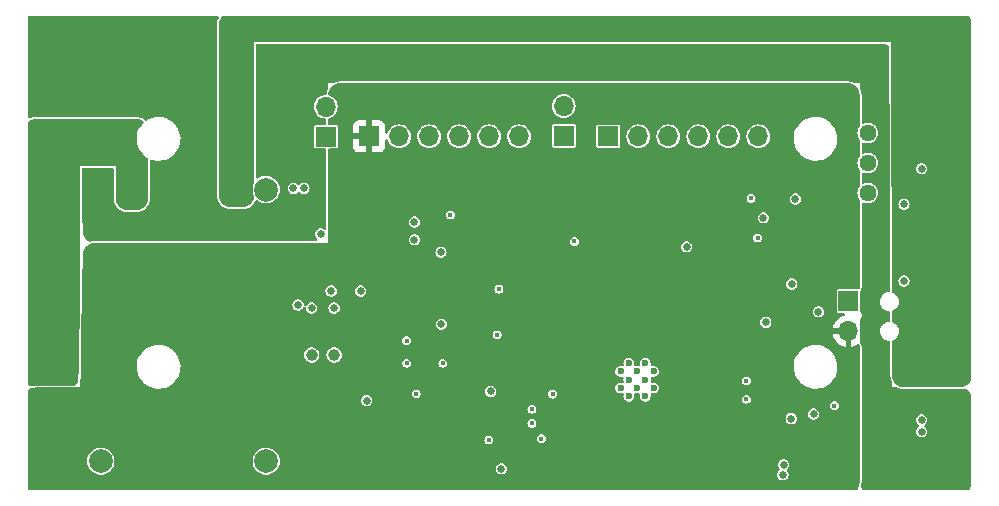
<source format=gbr>
%TF.GenerationSoftware,KiCad,Pcbnew,7.0.10*%
%TF.CreationDate,2024-02-02T07:47:17+01:00*%
%TF.ProjectId,stm32_esp32_pcb,73746d33-325f-4657-9370-33325f706362,rev?*%
%TF.SameCoordinates,Original*%
%TF.FileFunction,Copper,L3,Inr*%
%TF.FilePolarity,Positive*%
%FSLAX46Y46*%
G04 Gerber Fmt 4.6, Leading zero omitted, Abs format (unit mm)*
G04 Created by KiCad (PCBNEW 7.0.10) date 2024-02-02 07:47:17*
%MOMM*%
%LPD*%
G01*
G04 APERTURE LIST*
%TA.AperFunction,HeatsinkPad*%
%ADD10C,0.600000*%
%TD*%
%TA.AperFunction,ComponentPad*%
%ADD11R,1.700000X1.700000*%
%TD*%
%TA.AperFunction,ComponentPad*%
%ADD12O,1.700000X1.700000*%
%TD*%
%TA.AperFunction,ComponentPad*%
%ADD13C,1.440000*%
%TD*%
%TA.AperFunction,ComponentPad*%
%ADD14C,2.000000*%
%TD*%
%TA.AperFunction,ComponentPad*%
%ADD15C,1.000000*%
%TD*%
%TA.AperFunction,ComponentPad*%
%ADD16C,2.400000*%
%TD*%
%TA.AperFunction,ViaPad*%
%ADD17C,0.450000*%
%TD*%
%TA.AperFunction,ViaPad*%
%ADD18C,0.650000*%
%TD*%
G04 APERTURE END LIST*
D10*
%TO.N,GND*%
%TO.C,U4*%
X182800000Y-80800000D03*
X182800000Y-79400000D03*
X182100000Y-81500000D03*
X182100000Y-80100000D03*
X182100000Y-78700000D03*
X181400000Y-80800000D03*
X181400000Y-79400000D03*
X180700000Y-81500000D03*
X180700000Y-80100000D03*
X180700000Y-78700000D03*
X180000000Y-80800000D03*
X180000000Y-79400000D03*
%TD*%
D11*
%TO.N,+3V3*%
%TO.C,J1*%
X158710000Y-59500000D03*
D12*
%TO.N,/SWCLK*%
X161250000Y-59500000D03*
%TO.N,GND*%
X163790000Y-59500000D03*
%TO.N,/SWDIO*%
X166330000Y-59500000D03*
%TO.N,/NRST*%
X168870000Y-59500000D03*
%TO.N,/SWO*%
X171410000Y-59500000D03*
%TD*%
D11*
%TO.N,/STM32*%
%TO.C,J5*%
X155050000Y-59525000D03*
D12*
%TO.N,GND*%
X155050000Y-56985000D03*
%TD*%
D13*
%TO.N,Net-(U2A--)*%
%TO.C,RV1*%
X200925000Y-59220000D03*
%TO.N,Net-(R9-Pad1)*%
X200925000Y-61760000D03*
X200925000Y-64300000D03*
%TD*%
D11*
%TO.N,/ESP32*%
%TO.C,J4*%
X175200000Y-59475000D03*
D12*
%TO.N,GND*%
X175200000Y-56935000D03*
%TD*%
D11*
%TO.N,/EMITER*%
%TO.C,J3*%
X199300000Y-73450000D03*
D12*
%TO.N,+3V3*%
X199300000Y-75990000D03*
%TD*%
D14*
%TO.N,unconnected-(MOD1-+-Pad1)*%
%TO.C,MOD1*%
X136000000Y-87000000D03*
%TO.N,unconnected-(MOD1---Pad2)*%
X150000000Y-87000000D03*
%TO.N,VBUS*%
X136000000Y-64000000D03*
%TO.N,GND*%
X150000000Y-64000000D03*
%TO.N,/B+*%
X138540000Y-64000000D03*
%TO.N,/B-*%
X147460000Y-64000000D03*
%TD*%
D15*
%TO.N,/OSC2*%
%TO.C,Y1*%
X153850000Y-78000000D03*
%TO.N,/OSC1*%
X155750000Y-78000000D03*
%TD*%
D11*
%TO.N,+3.3VDAC*%
%TO.C,J2*%
X178960000Y-59500000D03*
D12*
%TO.N,/RX*%
X181500000Y-59500000D03*
%TO.N,GND*%
X184040000Y-59500000D03*
%TO.N,/TX*%
X186580000Y-59500000D03*
%TO.N,/EN*%
X189120000Y-59500000D03*
%TO.N,/IO00*%
X191660000Y-59500000D03*
%TD*%
D16*
%TO.N,/B+*%
%TO.C,BT1*%
X132100000Y-79000000D03*
%TO.N,/B-*%
X205000000Y-79000000D03*
%TO.N,/B+*%
X132100000Y-59700000D03*
%TO.N,/B-*%
X205000000Y-59700000D03*
%TD*%
D17*
%TO.N,/ESP32_E*%
X162700000Y-81300000D03*
X198100000Y-82300000D03*
%TO.N,/RX*%
X172500000Y-83800000D03*
%TO.N,/PULSE*%
X191600000Y-68100000D03*
X168850000Y-85200000D03*
%TO.N,/SCL*%
X164950000Y-78700000D03*
X173300000Y-85100000D03*
X190650000Y-81750000D03*
%TO.N,/SDA*%
X174250000Y-81315000D03*
X190650000Y-80200000D03*
%TO.N,/TX*%
X172500000Y-82600000D03*
%TO.N,/BOOT0*%
X169700000Y-72425000D03*
X165600000Y-66150000D03*
X161900000Y-76800000D03*
%TO.N,/NRST*%
X161900000Y-78700000D03*
X169550000Y-76300000D03*
D18*
%TO.N,+3V3*%
X193000000Y-72000000D03*
X197650000Y-71975000D03*
X159400000Y-79400000D03*
X199700000Y-79600000D03*
X169000000Y-79600000D03*
X160225000Y-69075000D03*
X170600000Y-66787500D03*
%TO.N,GND*%
X153850000Y-74025000D03*
X193800000Y-87300000D03*
X162550000Y-68250000D03*
X194450000Y-83400000D03*
X152300000Y-63900000D03*
X153200000Y-63900000D03*
X155500000Y-72600000D03*
X162550000Y-66750000D03*
X204000000Y-71750000D03*
X158000000Y-72600000D03*
X164837500Y-75400000D03*
X155750000Y-74025000D03*
X154600000Y-67750000D03*
X204000000Y-65250000D03*
X196350000Y-83000000D03*
X185600000Y-68850000D03*
X169900000Y-87650000D03*
X158500000Y-81875000D03*
X205500000Y-84500000D03*
X205500000Y-83500000D03*
X192100000Y-66400000D03*
X196750000Y-74350000D03*
X164800000Y-69300000D03*
X152700000Y-73775000D03*
X169000000Y-81100000D03*
X194500000Y-72000000D03*
X205500000Y-62237500D03*
X193750000Y-88150000D03*
D17*
%TO.N,/IO00*%
X191050000Y-64750000D03*
X176100000Y-68400000D03*
D18*
%TO.N,+3.3VDAC*%
X192300000Y-75250000D03*
X194800000Y-64800000D03*
%TO.N,VBUS*%
X205500000Y-86500000D03*
X205500000Y-85300003D03*
X154100000Y-66800000D03*
%TD*%
%TA.AperFunction,Conductor*%
%TO.N,+3V3*%
G36*
X199256061Y-55000597D02*
G01*
X199432941Y-55018018D01*
X199456769Y-55022757D01*
X199621001Y-55072576D01*
X199643453Y-55081877D01*
X199794798Y-55162772D01*
X199815010Y-55176277D01*
X199947666Y-55285145D01*
X199964854Y-55302333D01*
X200073722Y-55434989D01*
X200087227Y-55455201D01*
X200168121Y-55606543D01*
X200177424Y-55629001D01*
X200227240Y-55793224D01*
X200231982Y-55817065D01*
X200249403Y-55993938D01*
X200250000Y-56006092D01*
X200250000Y-58621122D01*
X200230315Y-58688161D01*
X200218153Y-58704091D01*
X200216872Y-58705513D01*
X200216868Y-58705518D01*
X200125378Y-58863984D01*
X200125375Y-58863990D01*
X200081184Y-59000000D01*
X200068832Y-59038016D01*
X200049705Y-59220000D01*
X200068832Y-59401984D01*
X200068833Y-59401987D01*
X200125375Y-59576009D01*
X200125378Y-59576015D01*
X200216871Y-59734485D01*
X200218147Y-59735902D01*
X200218626Y-59736901D01*
X200220689Y-59739740D01*
X200220170Y-59740117D01*
X200248379Y-59798892D01*
X200250000Y-59818877D01*
X200250000Y-61161122D01*
X200230315Y-61228161D01*
X200218153Y-61244091D01*
X200216872Y-61245513D01*
X200216868Y-61245518D01*
X200125378Y-61403984D01*
X200125375Y-61403990D01*
X200077772Y-61550500D01*
X200068832Y-61578016D01*
X200049705Y-61760000D01*
X200068832Y-61941984D01*
X200068833Y-61941987D01*
X200125375Y-62116009D01*
X200125378Y-62116015D01*
X200216871Y-62274485D01*
X200218147Y-62275902D01*
X200218626Y-62276901D01*
X200220689Y-62279740D01*
X200220170Y-62280117D01*
X200248379Y-62338892D01*
X200250000Y-62358877D01*
X200250000Y-63701122D01*
X200230315Y-63768161D01*
X200218153Y-63784091D01*
X200216872Y-63785513D01*
X200216868Y-63785518D01*
X200125378Y-63943984D01*
X200125375Y-63943990D01*
X200095694Y-64035342D01*
X200068832Y-64118016D01*
X200049705Y-64300000D01*
X200068832Y-64481984D01*
X200068833Y-64481987D01*
X200125375Y-64656009D01*
X200125378Y-64656015D01*
X200216871Y-64814485D01*
X200218147Y-64815902D01*
X200218626Y-64816901D01*
X200220689Y-64819740D01*
X200220170Y-64820117D01*
X200248379Y-64878892D01*
X200250000Y-64898877D01*
X200250000Y-72325500D01*
X200230315Y-72392539D01*
X200177511Y-72438294D01*
X200126000Y-72449500D01*
X198435178Y-72449500D01*
X198391282Y-72458231D01*
X198391275Y-72458234D01*
X198341496Y-72491495D01*
X198341495Y-72491496D01*
X198308234Y-72541275D01*
X198308231Y-72541282D01*
X198299500Y-72585177D01*
X198299500Y-72585180D01*
X198299500Y-74314820D01*
X198299500Y-74314822D01*
X198299499Y-74314822D01*
X198308231Y-74358717D01*
X198308234Y-74358724D01*
X198327834Y-74388057D01*
X198341496Y-74408504D01*
X198391278Y-74441767D01*
X198391281Y-74441767D01*
X198391282Y-74441768D01*
X198435177Y-74450500D01*
X198887618Y-74450500D01*
X198954657Y-74470185D01*
X199000412Y-74522989D01*
X199010356Y-74592147D01*
X198981331Y-74655703D01*
X198922553Y-74693477D01*
X198919711Y-74694275D01*
X198836516Y-74716566D01*
X198836507Y-74716570D01*
X198622422Y-74816399D01*
X198622420Y-74816400D01*
X198428926Y-74951886D01*
X198428920Y-74951891D01*
X198261891Y-75118920D01*
X198261886Y-75118926D01*
X198126400Y-75312420D01*
X198126399Y-75312422D01*
X198026570Y-75526507D01*
X198026567Y-75526513D01*
X197969364Y-75739999D01*
X197969364Y-75740000D01*
X198866314Y-75740000D01*
X198840507Y-75780156D01*
X198800000Y-75918111D01*
X198800000Y-76061889D01*
X198840507Y-76199844D01*
X198866314Y-76240000D01*
X197969364Y-76240000D01*
X198026567Y-76453486D01*
X198026570Y-76453492D01*
X198126399Y-76667578D01*
X198261894Y-76861082D01*
X198428917Y-77028105D01*
X198622421Y-77163600D01*
X198836507Y-77263429D01*
X198836516Y-77263433D01*
X199050000Y-77320634D01*
X199050000Y-76425501D01*
X199157685Y-76474680D01*
X199264237Y-76490000D01*
X199335763Y-76490000D01*
X199442315Y-76474680D01*
X199550000Y-76425501D01*
X199550000Y-77320633D01*
X199763483Y-77263433D01*
X199763492Y-77263429D01*
X199977579Y-77163599D01*
X199977585Y-77163595D01*
X200054876Y-77109476D01*
X200121082Y-77087148D01*
X200188849Y-77104158D01*
X200236663Y-77155105D01*
X200250000Y-77211050D01*
X200250000Y-88743907D01*
X200249403Y-88756061D01*
X200231982Y-88932934D01*
X200227240Y-88956775D01*
X200177424Y-89120998D01*
X200168121Y-89143456D01*
X200087227Y-89294798D01*
X200073723Y-89315009D01*
X200000556Y-89404164D01*
X199942810Y-89443499D01*
X199904702Y-89449500D01*
X129924500Y-89449500D01*
X129857461Y-89429815D01*
X129811706Y-89377011D01*
X129800500Y-89325500D01*
X129800500Y-87000000D01*
X134844571Y-87000000D01*
X134864244Y-87212310D01*
X134922596Y-87417392D01*
X134922596Y-87417394D01*
X135017632Y-87608253D01*
X135059017Y-87663055D01*
X135146128Y-87778407D01*
X135303698Y-87922052D01*
X135484981Y-88034298D01*
X135683802Y-88111321D01*
X135893390Y-88150500D01*
X135893392Y-88150500D01*
X136106608Y-88150500D01*
X136106610Y-88150500D01*
X136316198Y-88111321D01*
X136515019Y-88034298D01*
X136696302Y-87922052D01*
X136853872Y-87778407D01*
X136982366Y-87608255D01*
X137006536Y-87559714D01*
X137077403Y-87417394D01*
X137077403Y-87417393D01*
X137077405Y-87417389D01*
X137135756Y-87212310D01*
X137155429Y-87000000D01*
X148844571Y-87000000D01*
X148864244Y-87212310D01*
X148922596Y-87417392D01*
X148922596Y-87417394D01*
X149017632Y-87608253D01*
X149059017Y-87663055D01*
X149146128Y-87778407D01*
X149303698Y-87922052D01*
X149484981Y-88034298D01*
X149683802Y-88111321D01*
X149893390Y-88150500D01*
X149893392Y-88150500D01*
X150106608Y-88150500D01*
X150106610Y-88150500D01*
X150109285Y-88150000D01*
X193269610Y-88150000D01*
X193289068Y-88285337D01*
X193289070Y-88285345D01*
X193345867Y-88409714D01*
X193345872Y-88409721D01*
X193435409Y-88513053D01*
X193435413Y-88513057D01*
X193495979Y-88551979D01*
X193550439Y-88586978D01*
X193616036Y-88606239D01*
X193681632Y-88625500D01*
X193681633Y-88625500D01*
X193818367Y-88625500D01*
X193949561Y-88586978D01*
X194064589Y-88513055D01*
X194154130Y-88409718D01*
X194210931Y-88285342D01*
X194230390Y-88150000D01*
X194210931Y-88014658D01*
X194163008Y-87909721D01*
X194154132Y-87890285D01*
X194154130Y-87890283D01*
X194154130Y-87890282D01*
X194105916Y-87834640D01*
X194076893Y-87771087D01*
X194086836Y-87701929D01*
X194110080Y-87670883D01*
X194108781Y-87669758D01*
X194162073Y-87608255D01*
X194204130Y-87559718D01*
X194260931Y-87435342D01*
X194280390Y-87300000D01*
X194260931Y-87164658D01*
X194248677Y-87137827D01*
X194204132Y-87040285D01*
X194204127Y-87040278D01*
X194114590Y-86936946D01*
X194114586Y-86936942D01*
X193999559Y-86863021D01*
X193868368Y-86824500D01*
X193868367Y-86824500D01*
X193731633Y-86824500D01*
X193731632Y-86824500D01*
X193600440Y-86863021D01*
X193485413Y-86936942D01*
X193485409Y-86936946D01*
X193395872Y-87040278D01*
X193395867Y-87040285D01*
X193339070Y-87164654D01*
X193339068Y-87164662D01*
X193319610Y-87300000D01*
X193339068Y-87435337D01*
X193339070Y-87435345D01*
X193395867Y-87559714D01*
X193395869Y-87559716D01*
X193395870Y-87559718D01*
X193444082Y-87615358D01*
X193473106Y-87678912D01*
X193463162Y-87748070D01*
X193439924Y-87779120D01*
X193441219Y-87780242D01*
X193345872Y-87890278D01*
X193345867Y-87890285D01*
X193289070Y-88014654D01*
X193289068Y-88014662D01*
X193269610Y-88150000D01*
X150109285Y-88150000D01*
X150316198Y-88111321D01*
X150515019Y-88034298D01*
X150696302Y-87922052D01*
X150853872Y-87778407D01*
X150950841Y-87650000D01*
X169419610Y-87650000D01*
X169439068Y-87785337D01*
X169439070Y-87785345D01*
X169495867Y-87909714D01*
X169495872Y-87909721D01*
X169585409Y-88013053D01*
X169585413Y-88013057D01*
X169618466Y-88034298D01*
X169700439Y-88086978D01*
X169766036Y-88106239D01*
X169831632Y-88125500D01*
X169831633Y-88125500D01*
X169968367Y-88125500D01*
X170099561Y-88086978D01*
X170214589Y-88013055D01*
X170304130Y-87909718D01*
X170360931Y-87785342D01*
X170380390Y-87650000D01*
X170360931Y-87514658D01*
X170324710Y-87435345D01*
X170304132Y-87390285D01*
X170304127Y-87390278D01*
X170214590Y-87286946D01*
X170214586Y-87286942D01*
X170099559Y-87213021D01*
X169968368Y-87174500D01*
X169968367Y-87174500D01*
X169831633Y-87174500D01*
X169831632Y-87174500D01*
X169700440Y-87213021D01*
X169585413Y-87286942D01*
X169585409Y-87286946D01*
X169495872Y-87390278D01*
X169495867Y-87390285D01*
X169439070Y-87514654D01*
X169439068Y-87514662D01*
X169419610Y-87650000D01*
X150950841Y-87650000D01*
X150982366Y-87608255D01*
X151006536Y-87559714D01*
X151077403Y-87417394D01*
X151077403Y-87417393D01*
X151077405Y-87417389D01*
X151135756Y-87212310D01*
X151155429Y-87000000D01*
X151135756Y-86787690D01*
X151077405Y-86582611D01*
X151077403Y-86582606D01*
X151077403Y-86582605D01*
X150982367Y-86391746D01*
X150853872Y-86221593D01*
X150696302Y-86077948D01*
X150515019Y-85965702D01*
X150515017Y-85965701D01*
X150415608Y-85927190D01*
X150316198Y-85888679D01*
X150106610Y-85849500D01*
X149893390Y-85849500D01*
X149683802Y-85888679D01*
X149683799Y-85888679D01*
X149683799Y-85888680D01*
X149484982Y-85965701D01*
X149484980Y-85965702D01*
X149303699Y-86077947D01*
X149146127Y-86221593D01*
X149017632Y-86391746D01*
X148922596Y-86582605D01*
X148922596Y-86582607D01*
X148864244Y-86787689D01*
X148844571Y-86999999D01*
X148844571Y-87000000D01*
X137155429Y-87000000D01*
X137135756Y-86787690D01*
X137077405Y-86582611D01*
X137077403Y-86582606D01*
X137077403Y-86582605D01*
X136982367Y-86391746D01*
X136853872Y-86221593D01*
X136696302Y-86077948D01*
X136515019Y-85965702D01*
X136515017Y-85965701D01*
X136415608Y-85927190D01*
X136316198Y-85888679D01*
X136106610Y-85849500D01*
X135893390Y-85849500D01*
X135683802Y-85888679D01*
X135683799Y-85888679D01*
X135683799Y-85888680D01*
X135484982Y-85965701D01*
X135484980Y-85965702D01*
X135303699Y-86077947D01*
X135146127Y-86221593D01*
X135017632Y-86391746D01*
X134922596Y-86582605D01*
X134922596Y-86582607D01*
X134864244Y-86787689D01*
X134844571Y-86999999D01*
X134844571Y-87000000D01*
X129800500Y-87000000D01*
X129800500Y-85200003D01*
X168469819Y-85200003D01*
X168488424Y-85317477D01*
X168488424Y-85317478D01*
X168488425Y-85317481D01*
X168488426Y-85317482D01*
X168534327Y-85407568D01*
X168542428Y-85423466D01*
X168542431Y-85423470D01*
X168626529Y-85507568D01*
X168626533Y-85507571D01*
X168626535Y-85507573D01*
X168732518Y-85561574D01*
X168732520Y-85561574D01*
X168732522Y-85561575D01*
X168849997Y-85580181D01*
X168850000Y-85580181D01*
X168850003Y-85580181D01*
X168967477Y-85561575D01*
X168967478Y-85561575D01*
X168967479Y-85561574D01*
X168967482Y-85561574D01*
X169073465Y-85507573D01*
X169157573Y-85423465D01*
X169211574Y-85317482D01*
X169211575Y-85317477D01*
X169230181Y-85200003D01*
X169230181Y-85199996D01*
X169214344Y-85100003D01*
X172919819Y-85100003D01*
X172938424Y-85217477D01*
X172938424Y-85217478D01*
X172938425Y-85217481D01*
X172938426Y-85217482D01*
X172989376Y-85317478D01*
X172992428Y-85323466D01*
X172992431Y-85323470D01*
X173076529Y-85407568D01*
X173076533Y-85407571D01*
X173076535Y-85407573D01*
X173182518Y-85461574D01*
X173182520Y-85461574D01*
X173182522Y-85461575D01*
X173299997Y-85480181D01*
X173300000Y-85480181D01*
X173300003Y-85480181D01*
X173417477Y-85461575D01*
X173417478Y-85461575D01*
X173417479Y-85461574D01*
X173417482Y-85461574D01*
X173523465Y-85407573D01*
X173607573Y-85323465D01*
X173661574Y-85217482D01*
X173661575Y-85217477D01*
X173680181Y-85100003D01*
X173680181Y-85099996D01*
X173661575Y-84982522D01*
X173661575Y-84982521D01*
X173661574Y-84982519D01*
X173661574Y-84982518D01*
X173607573Y-84876535D01*
X173607571Y-84876533D01*
X173607568Y-84876529D01*
X173523470Y-84792431D01*
X173523466Y-84792428D01*
X173523465Y-84792427D01*
X173417482Y-84738426D01*
X173417480Y-84738425D01*
X173417477Y-84738424D01*
X173300003Y-84719819D01*
X173299997Y-84719819D01*
X173182522Y-84738424D01*
X173182521Y-84738424D01*
X173076533Y-84792428D01*
X173076529Y-84792431D01*
X172992431Y-84876529D01*
X172992428Y-84876533D01*
X172938424Y-84982521D01*
X172938424Y-84982522D01*
X172919819Y-85099996D01*
X172919819Y-85100003D01*
X169214344Y-85100003D01*
X169211575Y-85082522D01*
X169211575Y-85082521D01*
X169211574Y-85082519D01*
X169211574Y-85082518D01*
X169157573Y-84976535D01*
X169157571Y-84976533D01*
X169157568Y-84976529D01*
X169073470Y-84892431D01*
X169073466Y-84892428D01*
X169073465Y-84892427D01*
X168967482Y-84838426D01*
X168967480Y-84838425D01*
X168967477Y-84838424D01*
X168850003Y-84819819D01*
X168849997Y-84819819D01*
X168732522Y-84838424D01*
X168732521Y-84838424D01*
X168626533Y-84892428D01*
X168626529Y-84892431D01*
X168542431Y-84976529D01*
X168542428Y-84976533D01*
X168488424Y-85082521D01*
X168488424Y-85082522D01*
X168469819Y-85199996D01*
X168469819Y-85200003D01*
X129800500Y-85200003D01*
X129800500Y-83800003D01*
X172119819Y-83800003D01*
X172138424Y-83917477D01*
X172138424Y-83917478D01*
X172192428Y-84023466D01*
X172192431Y-84023470D01*
X172276529Y-84107568D01*
X172276533Y-84107571D01*
X172276535Y-84107573D01*
X172382518Y-84161574D01*
X172382520Y-84161574D01*
X172382522Y-84161575D01*
X172499997Y-84180181D01*
X172500000Y-84180181D01*
X172500003Y-84180181D01*
X172617477Y-84161575D01*
X172617478Y-84161575D01*
X172617479Y-84161574D01*
X172617482Y-84161574D01*
X172723465Y-84107573D01*
X172807573Y-84023465D01*
X172861574Y-83917482D01*
X172868223Y-83875500D01*
X172880181Y-83800003D01*
X172880181Y-83799996D01*
X172861575Y-83682522D01*
X172861575Y-83682521D01*
X172861574Y-83682519D01*
X172861574Y-83682518D01*
X172807573Y-83576535D01*
X172807571Y-83576533D01*
X172807568Y-83576529D01*
X172723470Y-83492431D01*
X172723466Y-83492428D01*
X172723465Y-83492427D01*
X172617482Y-83438426D01*
X172617480Y-83438425D01*
X172617477Y-83438424D01*
X172500003Y-83419819D01*
X172499997Y-83419819D01*
X172382522Y-83438424D01*
X172382521Y-83438424D01*
X172276533Y-83492428D01*
X172276529Y-83492431D01*
X172192431Y-83576529D01*
X172192428Y-83576533D01*
X172138424Y-83682521D01*
X172138424Y-83682522D01*
X172119819Y-83799996D01*
X172119819Y-83800003D01*
X129800500Y-83800003D01*
X129800500Y-83400000D01*
X193969610Y-83400000D01*
X193989068Y-83535337D01*
X193989070Y-83535345D01*
X194045867Y-83659714D01*
X194045872Y-83659721D01*
X194135409Y-83763053D01*
X194135413Y-83763057D01*
X194192893Y-83799996D01*
X194250439Y-83836978D01*
X194316036Y-83856239D01*
X194381632Y-83875500D01*
X194381633Y-83875500D01*
X194518367Y-83875500D01*
X194649561Y-83836978D01*
X194764589Y-83763055D01*
X194854130Y-83659718D01*
X194910931Y-83535342D01*
X194930390Y-83400000D01*
X194910931Y-83264658D01*
X194898677Y-83237827D01*
X194854132Y-83140285D01*
X194854127Y-83140278D01*
X194764590Y-83036946D01*
X194764586Y-83036942D01*
X194707101Y-83000000D01*
X195869610Y-83000000D01*
X195889068Y-83135337D01*
X195889070Y-83135345D01*
X195945867Y-83259714D01*
X195945872Y-83259721D01*
X196035409Y-83363053D01*
X196035413Y-83363057D01*
X196092899Y-83400000D01*
X196150439Y-83436978D01*
X196216036Y-83456239D01*
X196281632Y-83475500D01*
X196281633Y-83475500D01*
X196418367Y-83475500D01*
X196549561Y-83436978D01*
X196664589Y-83363055D01*
X196754130Y-83259718D01*
X196810931Y-83135342D01*
X196830390Y-83000000D01*
X196810931Y-82864658D01*
X196792119Y-82823465D01*
X196754132Y-82740285D01*
X196754127Y-82740278D01*
X196664590Y-82636946D01*
X196664586Y-82636942D01*
X196549559Y-82563021D01*
X196418368Y-82524500D01*
X196418367Y-82524500D01*
X196281633Y-82524500D01*
X196281632Y-82524500D01*
X196150440Y-82563021D01*
X196035413Y-82636942D01*
X196035409Y-82636946D01*
X195945872Y-82740278D01*
X195945867Y-82740285D01*
X195889070Y-82864654D01*
X195889068Y-82864662D01*
X195869610Y-83000000D01*
X194707101Y-83000000D01*
X194649559Y-82963021D01*
X194518368Y-82924500D01*
X194518367Y-82924500D01*
X194381633Y-82924500D01*
X194381632Y-82924500D01*
X194250440Y-82963021D01*
X194135413Y-83036942D01*
X194135409Y-83036946D01*
X194045872Y-83140278D01*
X194045867Y-83140285D01*
X193989070Y-83264654D01*
X193989068Y-83264662D01*
X193969610Y-83400000D01*
X129800500Y-83400000D01*
X129800500Y-82600003D01*
X172119819Y-82600003D01*
X172138424Y-82717477D01*
X172138424Y-82717478D01*
X172192428Y-82823466D01*
X172192431Y-82823470D01*
X172276529Y-82907568D01*
X172276533Y-82907571D01*
X172276535Y-82907573D01*
X172382518Y-82961574D01*
X172382520Y-82961574D01*
X172382522Y-82961575D01*
X172499997Y-82980181D01*
X172500000Y-82980181D01*
X172500003Y-82980181D01*
X172617477Y-82961575D01*
X172617478Y-82961575D01*
X172617479Y-82961574D01*
X172617482Y-82961574D01*
X172723465Y-82907573D01*
X172807573Y-82823465D01*
X172861574Y-82717482D01*
X172870429Y-82661574D01*
X172880181Y-82600003D01*
X172880181Y-82599996D01*
X172861575Y-82482522D01*
X172861575Y-82482521D01*
X172861574Y-82482519D01*
X172861574Y-82482518D01*
X172807573Y-82376535D01*
X172807571Y-82376533D01*
X172807568Y-82376529D01*
X172731042Y-82300003D01*
X197719819Y-82300003D01*
X197738424Y-82417477D01*
X197738424Y-82417478D01*
X197738425Y-82417481D01*
X197738426Y-82417482D01*
X197771563Y-82482518D01*
X197792428Y-82523466D01*
X197792431Y-82523470D01*
X197876529Y-82607568D01*
X197876533Y-82607571D01*
X197876535Y-82607573D01*
X197982518Y-82661574D01*
X197982520Y-82661574D01*
X197982522Y-82661575D01*
X198099997Y-82680181D01*
X198100000Y-82680181D01*
X198100003Y-82680181D01*
X198217477Y-82661575D01*
X198217478Y-82661575D01*
X198217479Y-82661574D01*
X198217482Y-82661574D01*
X198323465Y-82607573D01*
X198407573Y-82523465D01*
X198461574Y-82417482D01*
X198461575Y-82417477D01*
X198480181Y-82300003D01*
X198480181Y-82299996D01*
X198461575Y-82182522D01*
X198461575Y-82182521D01*
X198461574Y-82182519D01*
X198461574Y-82182518D01*
X198407573Y-82076535D01*
X198407571Y-82076533D01*
X198407568Y-82076529D01*
X198323470Y-81992431D01*
X198323466Y-81992428D01*
X198323465Y-81992427D01*
X198217482Y-81938426D01*
X198217480Y-81938425D01*
X198217477Y-81938424D01*
X198100003Y-81919819D01*
X198099997Y-81919819D01*
X197982522Y-81938424D01*
X197982521Y-81938424D01*
X197876533Y-81992428D01*
X197876529Y-81992431D01*
X197792431Y-82076529D01*
X197792428Y-82076533D01*
X197738424Y-82182521D01*
X197738424Y-82182522D01*
X197719819Y-82299996D01*
X197719819Y-82300003D01*
X172731042Y-82300003D01*
X172723470Y-82292431D01*
X172723466Y-82292428D01*
X172723465Y-82292427D01*
X172617482Y-82238426D01*
X172617480Y-82238425D01*
X172617477Y-82238424D01*
X172500003Y-82219819D01*
X172499997Y-82219819D01*
X172382522Y-82238424D01*
X172382521Y-82238424D01*
X172276533Y-82292428D01*
X172276529Y-82292431D01*
X172192431Y-82376529D01*
X172192428Y-82376533D01*
X172138424Y-82482521D01*
X172138424Y-82482522D01*
X172119819Y-82599996D01*
X172119819Y-82600003D01*
X129800500Y-82600003D01*
X129800500Y-81875000D01*
X158019610Y-81875000D01*
X158039068Y-82010337D01*
X158039070Y-82010345D01*
X158095867Y-82134714D01*
X158095872Y-82134721D01*
X158185409Y-82238053D01*
X158185413Y-82238057D01*
X158245979Y-82276979D01*
X158300439Y-82311978D01*
X158366036Y-82331239D01*
X158431632Y-82350500D01*
X158431633Y-82350500D01*
X158568367Y-82350500D01*
X158699561Y-82311978D01*
X158814589Y-82238055D01*
X158904130Y-82134718D01*
X158960931Y-82010342D01*
X158980390Y-81875000D01*
X158960931Y-81739658D01*
X158932122Y-81676575D01*
X158904132Y-81615285D01*
X158904127Y-81615278D01*
X158814590Y-81511946D01*
X158814586Y-81511942D01*
X158723736Y-81453558D01*
X158699561Y-81438022D01*
X158699560Y-81438021D01*
X158699559Y-81438021D01*
X158568368Y-81399500D01*
X158568367Y-81399500D01*
X158431633Y-81399500D01*
X158431632Y-81399500D01*
X158300440Y-81438021D01*
X158185413Y-81511942D01*
X158185409Y-81511946D01*
X158095872Y-81615278D01*
X158095867Y-81615285D01*
X158039070Y-81739654D01*
X158039068Y-81739662D01*
X158019610Y-81875000D01*
X129800500Y-81875000D01*
X129800500Y-81300003D01*
X162319819Y-81300003D01*
X162338424Y-81417477D01*
X162338424Y-81417478D01*
X162338425Y-81417481D01*
X162338426Y-81417482D01*
X162386557Y-81511945D01*
X162392428Y-81523466D01*
X162392431Y-81523470D01*
X162476529Y-81607568D01*
X162476533Y-81607571D01*
X162476535Y-81607573D01*
X162582518Y-81661574D01*
X162582520Y-81661574D01*
X162582522Y-81661575D01*
X162699997Y-81680181D01*
X162700000Y-81680181D01*
X162700003Y-81680181D01*
X162817477Y-81661575D01*
X162817478Y-81661575D01*
X162817479Y-81661574D01*
X162817482Y-81661574D01*
X162923465Y-81607573D01*
X163007573Y-81523465D01*
X163061574Y-81417482D01*
X163066176Y-81388426D01*
X163080181Y-81300003D01*
X163080181Y-81299996D01*
X163061575Y-81182522D01*
X163061575Y-81182521D01*
X163061574Y-81182519D01*
X163061574Y-81182518D01*
X163019529Y-81100000D01*
X168519610Y-81100000D01*
X168539068Y-81235337D01*
X168539070Y-81235345D01*
X168595867Y-81359714D01*
X168595872Y-81359721D01*
X168685409Y-81463053D01*
X168685413Y-81463057D01*
X168742898Y-81499999D01*
X168800439Y-81536978D01*
X168866036Y-81556239D01*
X168931632Y-81575500D01*
X168931633Y-81575500D01*
X169068367Y-81575500D01*
X169199561Y-81536978D01*
X169314589Y-81463055D01*
X169404130Y-81359718D01*
X169424551Y-81315003D01*
X173869819Y-81315003D01*
X173888424Y-81432477D01*
X173888424Y-81432478D01*
X173888425Y-81432481D01*
X173888426Y-81432482D01*
X173941669Y-81536978D01*
X173942428Y-81538466D01*
X173942431Y-81538470D01*
X174026529Y-81622568D01*
X174026533Y-81622571D01*
X174026535Y-81622573D01*
X174132518Y-81676574D01*
X174132520Y-81676574D01*
X174132522Y-81676575D01*
X174249997Y-81695181D01*
X174250000Y-81695181D01*
X174250003Y-81695181D01*
X174367477Y-81676575D01*
X174367478Y-81676575D01*
X174367479Y-81676574D01*
X174367482Y-81676574D01*
X174473465Y-81622573D01*
X174557573Y-81538465D01*
X174611574Y-81432482D01*
X174613950Y-81417482D01*
X174630181Y-81315003D01*
X174630181Y-81314996D01*
X174611575Y-81197522D01*
X174611575Y-81197521D01*
X174611574Y-81197519D01*
X174611574Y-81197518D01*
X174557573Y-81091535D01*
X174557571Y-81091533D01*
X174557568Y-81091529D01*
X174473470Y-81007431D01*
X174473466Y-81007428D01*
X174473465Y-81007427D01*
X174367482Y-80953426D01*
X174367480Y-80953425D01*
X174367477Y-80953424D01*
X174250003Y-80934819D01*
X174249997Y-80934819D01*
X174132522Y-80953424D01*
X174132521Y-80953424D01*
X174026533Y-81007428D01*
X174026529Y-81007431D01*
X173942431Y-81091529D01*
X173942428Y-81091533D01*
X173888424Y-81197521D01*
X173888424Y-81197522D01*
X173869819Y-81314996D01*
X173869819Y-81315003D01*
X169424551Y-81315003D01*
X169460931Y-81235342D01*
X169480390Y-81100000D01*
X169460931Y-80964658D01*
X169444293Y-80928226D01*
X169404132Y-80840285D01*
X169404127Y-80840278D01*
X169369226Y-80800000D01*
X179544867Y-80800000D01*
X179563302Y-80928225D01*
X179617117Y-81046061D01*
X179617118Y-81046063D01*
X179701951Y-81143967D01*
X179810931Y-81214004D01*
X179883614Y-81235345D01*
X179935225Y-81250499D01*
X179935227Y-81250500D01*
X179935228Y-81250500D01*
X180064771Y-81250500D01*
X180064772Y-81250500D01*
X180105127Y-81238651D01*
X180174995Y-81238651D01*
X180233774Y-81276425D01*
X180262799Y-81339980D01*
X180262799Y-81375274D01*
X180244867Y-81499999D01*
X180263302Y-81628225D01*
X180314191Y-81739654D01*
X180317118Y-81746063D01*
X180401951Y-81843967D01*
X180510931Y-81914004D01*
X180530736Y-81919819D01*
X180635225Y-81950499D01*
X180635227Y-81950500D01*
X180635228Y-81950500D01*
X180764773Y-81950500D01*
X180764773Y-81950499D01*
X180889069Y-81914004D01*
X180998049Y-81843967D01*
X181082882Y-81746063D01*
X181136697Y-81628226D01*
X181155133Y-81500000D01*
X181137200Y-81375273D01*
X181147144Y-81306117D01*
X181192898Y-81253313D01*
X181259938Y-81233628D01*
X181294873Y-81238651D01*
X181335227Y-81250500D01*
X181335228Y-81250500D01*
X181464771Y-81250500D01*
X181464772Y-81250500D01*
X181505127Y-81238651D01*
X181574995Y-81238651D01*
X181633774Y-81276425D01*
X181662799Y-81339980D01*
X181662799Y-81375274D01*
X181644867Y-81499999D01*
X181663302Y-81628225D01*
X181714191Y-81739654D01*
X181717118Y-81746063D01*
X181801951Y-81843967D01*
X181910931Y-81914004D01*
X181930736Y-81919819D01*
X182035225Y-81950499D01*
X182035227Y-81950500D01*
X182035228Y-81950500D01*
X182164773Y-81950500D01*
X182164773Y-81950499D01*
X182289069Y-81914004D01*
X182398049Y-81843967D01*
X182479468Y-81750003D01*
X190269819Y-81750003D01*
X190288424Y-81867477D01*
X190288424Y-81867478D01*
X190288425Y-81867481D01*
X190288426Y-81867482D01*
X190330725Y-81950499D01*
X190342428Y-81973466D01*
X190342431Y-81973470D01*
X190426529Y-82057568D01*
X190426533Y-82057571D01*
X190426535Y-82057573D01*
X190532518Y-82111574D01*
X190532520Y-82111574D01*
X190532522Y-82111575D01*
X190649997Y-82130181D01*
X190650000Y-82130181D01*
X190650003Y-82130181D01*
X190767477Y-82111575D01*
X190767478Y-82111575D01*
X190767479Y-82111574D01*
X190767482Y-82111574D01*
X190873465Y-82057573D01*
X190957573Y-81973465D01*
X191011574Y-81867482D01*
X191011575Y-81867477D01*
X191030181Y-81750003D01*
X191030181Y-81749996D01*
X191011575Y-81632522D01*
X191011575Y-81632521D01*
X191011574Y-81632519D01*
X191011574Y-81632518D01*
X190957573Y-81526535D01*
X190957571Y-81526533D01*
X190957568Y-81526529D01*
X190873470Y-81442431D01*
X190873466Y-81442428D01*
X190873465Y-81442427D01*
X190767482Y-81388426D01*
X190767480Y-81388425D01*
X190767477Y-81388424D01*
X190650003Y-81369819D01*
X190649997Y-81369819D01*
X190532522Y-81388424D01*
X190532521Y-81388424D01*
X190426533Y-81442428D01*
X190426529Y-81442431D01*
X190342431Y-81526529D01*
X190342428Y-81526533D01*
X190288424Y-81632521D01*
X190288424Y-81632522D01*
X190269819Y-81749996D01*
X190269819Y-81750003D01*
X182479468Y-81750003D01*
X182482882Y-81746063D01*
X182536697Y-81628226D01*
X182555133Y-81500000D01*
X182537200Y-81375273D01*
X182547144Y-81306117D01*
X182592898Y-81253313D01*
X182659938Y-81233628D01*
X182694873Y-81238651D01*
X182735227Y-81250500D01*
X182735228Y-81250500D01*
X182864773Y-81250500D01*
X182864773Y-81250499D01*
X182989069Y-81214004D01*
X183098049Y-81143967D01*
X183182882Y-81046063D01*
X183236697Y-80928226D01*
X183255133Y-80800000D01*
X183236697Y-80671774D01*
X183182882Y-80553937D01*
X183098049Y-80456033D01*
X182989069Y-80385996D01*
X182989065Y-80385994D01*
X182989064Y-80385994D01*
X182864774Y-80349500D01*
X182864772Y-80349500D01*
X182735228Y-80349500D01*
X182735227Y-80349500D01*
X182694870Y-80361349D01*
X182625001Y-80361347D01*
X182566223Y-80323572D01*
X182537200Y-80260016D01*
X182537200Y-80224725D01*
X182540755Y-80200003D01*
X190269819Y-80200003D01*
X190288424Y-80317477D01*
X190288424Y-80317478D01*
X190288425Y-80317481D01*
X190288426Y-80317482D01*
X190321242Y-80381888D01*
X190342428Y-80423466D01*
X190342431Y-80423470D01*
X190426529Y-80507568D01*
X190426533Y-80507571D01*
X190426535Y-80507573D01*
X190532518Y-80561574D01*
X190532520Y-80561574D01*
X190532522Y-80561575D01*
X190649997Y-80580181D01*
X190650000Y-80580181D01*
X190650003Y-80580181D01*
X190767477Y-80561575D01*
X190767478Y-80561575D01*
X190767479Y-80561574D01*
X190767482Y-80561574D01*
X190873465Y-80507573D01*
X190957573Y-80423465D01*
X191011574Y-80317482D01*
X191015312Y-80293883D01*
X191030181Y-80200003D01*
X191030181Y-80199996D01*
X191011575Y-80082522D01*
X191011575Y-80082521D01*
X191011574Y-80082519D01*
X191011574Y-80082518D01*
X190957573Y-79976535D01*
X190957571Y-79976533D01*
X190957568Y-79976529D01*
X190873470Y-79892431D01*
X190873466Y-79892428D01*
X190873465Y-79892427D01*
X190767482Y-79838426D01*
X190767480Y-79838425D01*
X190767477Y-79838424D01*
X190650003Y-79819819D01*
X190649997Y-79819819D01*
X190532522Y-79838424D01*
X190532521Y-79838424D01*
X190426533Y-79892428D01*
X190426529Y-79892431D01*
X190342431Y-79976529D01*
X190342428Y-79976533D01*
X190288424Y-80082521D01*
X190288424Y-80082522D01*
X190269819Y-80199996D01*
X190269819Y-80200003D01*
X182540755Y-80200003D01*
X182555133Y-80100000D01*
X182537200Y-79975273D01*
X182547144Y-79906117D01*
X182592898Y-79853313D01*
X182659938Y-79833628D01*
X182694873Y-79838651D01*
X182735227Y-79850500D01*
X182735228Y-79850500D01*
X182864773Y-79850500D01*
X182864773Y-79850499D01*
X182989069Y-79814004D01*
X183098049Y-79743967D01*
X183182882Y-79646063D01*
X183236697Y-79528226D01*
X183255133Y-79400000D01*
X183236697Y-79271774D01*
X183182882Y-79153937D01*
X183108213Y-79067763D01*
X194655787Y-79067763D01*
X194685413Y-79337013D01*
X194685415Y-79337024D01*
X194734487Y-79524725D01*
X194753928Y-79599088D01*
X194859870Y-79848390D01*
X194938075Y-79976533D01*
X195000979Y-80079605D01*
X195000986Y-80079615D01*
X195174253Y-80287819D01*
X195174259Y-80287824D01*
X195243094Y-80349500D01*
X195375998Y-80468582D01*
X195601910Y-80618044D01*
X195847176Y-80733020D01*
X195847183Y-80733022D01*
X195847185Y-80733023D01*
X196106557Y-80811057D01*
X196106564Y-80811058D01*
X196106569Y-80811060D01*
X196374561Y-80850500D01*
X196374566Y-80850500D01*
X196577629Y-80850500D01*
X196577631Y-80850500D01*
X196577636Y-80850499D01*
X196577648Y-80850499D01*
X196615191Y-80847750D01*
X196780156Y-80835677D01*
X196892758Y-80810593D01*
X197044546Y-80776782D01*
X197044548Y-80776781D01*
X197044553Y-80776780D01*
X197297558Y-80680014D01*
X197533777Y-80547441D01*
X197748177Y-80381888D01*
X197936186Y-80186881D01*
X198093799Y-79966579D01*
X198202048Y-79756033D01*
X198217649Y-79725690D01*
X198217651Y-79725684D01*
X198217656Y-79725675D01*
X198305118Y-79469305D01*
X198354319Y-79202933D01*
X198364212Y-78932235D01*
X198334586Y-78662982D01*
X198266072Y-78400912D01*
X198160130Y-78151610D01*
X198019018Y-77920390D01*
X198017845Y-77918981D01*
X197845746Y-77712180D01*
X197845740Y-77712175D01*
X197644002Y-77531418D01*
X197418092Y-77381957D01*
X197348855Y-77349500D01*
X197172824Y-77266980D01*
X197172819Y-77266978D01*
X197172814Y-77266976D01*
X196913442Y-77188942D01*
X196913428Y-77188939D01*
X196797791Y-77171921D01*
X196645439Y-77149500D01*
X196442369Y-77149500D01*
X196442351Y-77149500D01*
X196239844Y-77164323D01*
X196239831Y-77164325D01*
X195975453Y-77223217D01*
X195975446Y-77223220D01*
X195722439Y-77319987D01*
X195486226Y-77452557D01*
X195271822Y-77618112D01*
X195083822Y-77813109D01*
X195083816Y-77813116D01*
X194926202Y-78033419D01*
X194926199Y-78033424D01*
X194802350Y-78274309D01*
X194802343Y-78274327D01*
X194714884Y-78530685D01*
X194714881Y-78530699D01*
X194707294Y-78571774D01*
X194671680Y-78764592D01*
X194665681Y-78797068D01*
X194665680Y-78797075D01*
X194655787Y-79067763D01*
X183108213Y-79067763D01*
X183098049Y-79056033D01*
X182989069Y-78985996D01*
X182989065Y-78985994D01*
X182989064Y-78985994D01*
X182864774Y-78949500D01*
X182864772Y-78949500D01*
X182735228Y-78949500D01*
X182735227Y-78949500D01*
X182694870Y-78961349D01*
X182625001Y-78961347D01*
X182566223Y-78923572D01*
X182537200Y-78860016D01*
X182537200Y-78824725D01*
X182555133Y-78700000D01*
X182536697Y-78571774D01*
X182482882Y-78453937D01*
X182398049Y-78356033D01*
X182289069Y-78285996D01*
X182289065Y-78285994D01*
X182289064Y-78285994D01*
X182164774Y-78249500D01*
X182164772Y-78249500D01*
X182035228Y-78249500D01*
X182035226Y-78249500D01*
X181910935Y-78285994D01*
X181910932Y-78285995D01*
X181910931Y-78285996D01*
X181882101Y-78304524D01*
X181801950Y-78356033D01*
X181717118Y-78453937D01*
X181717117Y-78453938D01*
X181663302Y-78571774D01*
X181644867Y-78700000D01*
X181662799Y-78824725D01*
X181652855Y-78893883D01*
X181607100Y-78946687D01*
X181540060Y-78966371D01*
X181505128Y-78961349D01*
X181464772Y-78949500D01*
X181335228Y-78949500D01*
X181335227Y-78949500D01*
X181294870Y-78961349D01*
X181225001Y-78961347D01*
X181166223Y-78923572D01*
X181137200Y-78860016D01*
X181137200Y-78824725D01*
X181155133Y-78700000D01*
X181136697Y-78571774D01*
X181082882Y-78453937D01*
X180998049Y-78356033D01*
X180889069Y-78285996D01*
X180889065Y-78285994D01*
X180889064Y-78285994D01*
X180764774Y-78249500D01*
X180764772Y-78249500D01*
X180635228Y-78249500D01*
X180635226Y-78249500D01*
X180510935Y-78285994D01*
X180510932Y-78285995D01*
X180510931Y-78285996D01*
X180482101Y-78304524D01*
X180401950Y-78356033D01*
X180317118Y-78453937D01*
X180317117Y-78453938D01*
X180263302Y-78571774D01*
X180244867Y-78700000D01*
X180262799Y-78824725D01*
X180252855Y-78893883D01*
X180207100Y-78946687D01*
X180140060Y-78966371D01*
X180105128Y-78961349D01*
X180064772Y-78949500D01*
X179935228Y-78949500D01*
X179935226Y-78949500D01*
X179810935Y-78985994D01*
X179810932Y-78985995D01*
X179810931Y-78985996D01*
X179759677Y-79018934D01*
X179701950Y-79056033D01*
X179617118Y-79153937D01*
X179617117Y-79153938D01*
X179563302Y-79271774D01*
X179544867Y-79400000D01*
X179563302Y-79528225D01*
X179617117Y-79646061D01*
X179617118Y-79646063D01*
X179701951Y-79743967D01*
X179810931Y-79814004D01*
X179928042Y-79848390D01*
X179935225Y-79850499D01*
X179935227Y-79850500D01*
X179935228Y-79850500D01*
X180064771Y-79850500D01*
X180064772Y-79850500D01*
X180105127Y-79838651D01*
X180174995Y-79838651D01*
X180233774Y-79876425D01*
X180262799Y-79939980D01*
X180262799Y-79975274D01*
X180244867Y-80099999D01*
X180244867Y-80100000D01*
X180262799Y-80224725D01*
X180252855Y-80293883D01*
X180207100Y-80346687D01*
X180140060Y-80366371D01*
X180105128Y-80361349D01*
X180064772Y-80349500D01*
X179935228Y-80349500D01*
X179935226Y-80349500D01*
X179810935Y-80385994D01*
X179810932Y-80385995D01*
X179810931Y-80385996D01*
X179759677Y-80418934D01*
X179701950Y-80456033D01*
X179617118Y-80553937D01*
X179617117Y-80553938D01*
X179563302Y-80671774D01*
X179544867Y-80800000D01*
X169369226Y-80800000D01*
X169314590Y-80736946D01*
X169314586Y-80736942D01*
X169218626Y-80675274D01*
X169199561Y-80663022D01*
X169199560Y-80663021D01*
X169199559Y-80663021D01*
X169068368Y-80624500D01*
X169068367Y-80624500D01*
X168931633Y-80624500D01*
X168931632Y-80624500D01*
X168800440Y-80663021D01*
X168685413Y-80736942D01*
X168685409Y-80736946D01*
X168595872Y-80840278D01*
X168595867Y-80840285D01*
X168539070Y-80964654D01*
X168539068Y-80964662D01*
X168519610Y-81100000D01*
X163019529Y-81100000D01*
X163007573Y-81076535D01*
X163007571Y-81076533D01*
X163007568Y-81076529D01*
X162923470Y-80992431D01*
X162923466Y-80992428D01*
X162923465Y-80992427D01*
X162817482Y-80938426D01*
X162817480Y-80938425D01*
X162817477Y-80938424D01*
X162700003Y-80919819D01*
X162699997Y-80919819D01*
X162582522Y-80938424D01*
X162582521Y-80938424D01*
X162476533Y-80992428D01*
X162476529Y-80992431D01*
X162392431Y-81076529D01*
X162392428Y-81076533D01*
X162338424Y-81182521D01*
X162338424Y-81182522D01*
X162319819Y-81299996D01*
X162319819Y-81300003D01*
X129800500Y-81300003D01*
X129800500Y-81095297D01*
X129820185Y-81028258D01*
X129845832Y-80999446D01*
X129934995Y-80926272D01*
X129955195Y-80912775D01*
X130106549Y-80831875D01*
X130128994Y-80822577D01*
X130293232Y-80772757D01*
X130317056Y-80768018D01*
X130493939Y-80750597D01*
X130506093Y-80750000D01*
X133270190Y-80750000D01*
X133270200Y-80750000D01*
X134250000Y-80750000D01*
X134278837Y-79337013D01*
X134284332Y-79067763D01*
X139035787Y-79067763D01*
X139065413Y-79337013D01*
X139065415Y-79337024D01*
X139114487Y-79524725D01*
X139133928Y-79599088D01*
X139239870Y-79848390D01*
X139318075Y-79976533D01*
X139380979Y-80079605D01*
X139380986Y-80079615D01*
X139554253Y-80287819D01*
X139554259Y-80287824D01*
X139623094Y-80349500D01*
X139755998Y-80468582D01*
X139981910Y-80618044D01*
X140227176Y-80733020D01*
X140227183Y-80733022D01*
X140227185Y-80733023D01*
X140486557Y-80811057D01*
X140486564Y-80811058D01*
X140486569Y-80811060D01*
X140754561Y-80850500D01*
X140754566Y-80850500D01*
X140957629Y-80850500D01*
X140957631Y-80850500D01*
X140957636Y-80850499D01*
X140957648Y-80850499D01*
X140995191Y-80847750D01*
X141160156Y-80835677D01*
X141272758Y-80810593D01*
X141424546Y-80776782D01*
X141424548Y-80776781D01*
X141424553Y-80776780D01*
X141677558Y-80680014D01*
X141913777Y-80547441D01*
X142128177Y-80381888D01*
X142316186Y-80186881D01*
X142473799Y-79966579D01*
X142582048Y-79756033D01*
X142597649Y-79725690D01*
X142597651Y-79725684D01*
X142597656Y-79725675D01*
X142685118Y-79469305D01*
X142734319Y-79202933D01*
X142744212Y-78932235D01*
X142718659Y-78700003D01*
X161519819Y-78700003D01*
X161538424Y-78817477D01*
X161538424Y-78817478D01*
X161538425Y-78817481D01*
X161538426Y-78817482D01*
X161577354Y-78893883D01*
X161592428Y-78923466D01*
X161592431Y-78923470D01*
X161676529Y-79007568D01*
X161676533Y-79007571D01*
X161676535Y-79007573D01*
X161782518Y-79061574D01*
X161782520Y-79061574D01*
X161782522Y-79061575D01*
X161899997Y-79080181D01*
X161900000Y-79080181D01*
X161900003Y-79080181D01*
X162017477Y-79061575D01*
X162017478Y-79061575D01*
X162017479Y-79061574D01*
X162017482Y-79061574D01*
X162123465Y-79007573D01*
X162207573Y-78923465D01*
X162261574Y-78817482D01*
X162264807Y-78797068D01*
X162280181Y-78700003D01*
X164569819Y-78700003D01*
X164588424Y-78817477D01*
X164588424Y-78817478D01*
X164588425Y-78817481D01*
X164588426Y-78817482D01*
X164627354Y-78893883D01*
X164642428Y-78923466D01*
X164642431Y-78923470D01*
X164726529Y-79007568D01*
X164726533Y-79007571D01*
X164726535Y-79007573D01*
X164832518Y-79061574D01*
X164832520Y-79061574D01*
X164832522Y-79061575D01*
X164949997Y-79080181D01*
X164950000Y-79080181D01*
X164950003Y-79080181D01*
X165067477Y-79061575D01*
X165067478Y-79061575D01*
X165067479Y-79061574D01*
X165067482Y-79061574D01*
X165173465Y-79007573D01*
X165257573Y-78923465D01*
X165311574Y-78817482D01*
X165314807Y-78797068D01*
X165330181Y-78700003D01*
X165330181Y-78699996D01*
X165311575Y-78582522D01*
X165311575Y-78582521D01*
X165311574Y-78582519D01*
X165311574Y-78582518D01*
X165257573Y-78476535D01*
X165257571Y-78476533D01*
X165257568Y-78476529D01*
X165173470Y-78392431D01*
X165173466Y-78392428D01*
X165173465Y-78392427D01*
X165067482Y-78338426D01*
X165067480Y-78338425D01*
X165067477Y-78338424D01*
X164950003Y-78319819D01*
X164949997Y-78319819D01*
X164832522Y-78338424D01*
X164832521Y-78338424D01*
X164726533Y-78392428D01*
X164726529Y-78392431D01*
X164642431Y-78476529D01*
X164642428Y-78476533D01*
X164588424Y-78582521D01*
X164588424Y-78582522D01*
X164569819Y-78699996D01*
X164569819Y-78700003D01*
X162280181Y-78700003D01*
X162280181Y-78699996D01*
X162261575Y-78582522D01*
X162261575Y-78582521D01*
X162261574Y-78582519D01*
X162261574Y-78582518D01*
X162207573Y-78476535D01*
X162207571Y-78476533D01*
X162207568Y-78476529D01*
X162123470Y-78392431D01*
X162123466Y-78392428D01*
X162123465Y-78392427D01*
X162017482Y-78338426D01*
X162017480Y-78338425D01*
X162017477Y-78338424D01*
X161900003Y-78319819D01*
X161899997Y-78319819D01*
X161782522Y-78338424D01*
X161782521Y-78338424D01*
X161676533Y-78392428D01*
X161676529Y-78392431D01*
X161592431Y-78476529D01*
X161592428Y-78476533D01*
X161538424Y-78582521D01*
X161538424Y-78582522D01*
X161519819Y-78699996D01*
X161519819Y-78700003D01*
X142718659Y-78700003D01*
X142714586Y-78662982D01*
X142646072Y-78400912D01*
X142540130Y-78151610D01*
X142447603Y-78000000D01*
X153194722Y-78000000D01*
X153213762Y-78156818D01*
X153258321Y-78274309D01*
X153269780Y-78304523D01*
X153359517Y-78434530D01*
X153477760Y-78539283D01*
X153477762Y-78539284D01*
X153617634Y-78612696D01*
X153771014Y-78650500D01*
X153771015Y-78650500D01*
X153928985Y-78650500D01*
X154082365Y-78612696D01*
X154139856Y-78582522D01*
X154222240Y-78539283D01*
X154340483Y-78434530D01*
X154430220Y-78304523D01*
X154486237Y-78156818D01*
X154505278Y-78000000D01*
X155094722Y-78000000D01*
X155113762Y-78156818D01*
X155158321Y-78274309D01*
X155169780Y-78304523D01*
X155259517Y-78434530D01*
X155377760Y-78539283D01*
X155377762Y-78539284D01*
X155517634Y-78612696D01*
X155671014Y-78650500D01*
X155671015Y-78650500D01*
X155828985Y-78650500D01*
X155982365Y-78612696D01*
X156039856Y-78582522D01*
X156122240Y-78539283D01*
X156240483Y-78434530D01*
X156330220Y-78304523D01*
X156386237Y-78156818D01*
X156405278Y-78000000D01*
X156386237Y-77843182D01*
X156379707Y-77825965D01*
X156364992Y-77787164D01*
X156330220Y-77695477D01*
X156240483Y-77565470D01*
X156122240Y-77460717D01*
X156122238Y-77460716D01*
X156122237Y-77460715D01*
X155982365Y-77387303D01*
X155828986Y-77349500D01*
X155828985Y-77349500D01*
X155671015Y-77349500D01*
X155671014Y-77349500D01*
X155517634Y-77387303D01*
X155377762Y-77460715D01*
X155259516Y-77565471D01*
X155169781Y-77695475D01*
X155169780Y-77695476D01*
X155113762Y-77843181D01*
X155094722Y-77999999D01*
X155094722Y-78000000D01*
X154505278Y-78000000D01*
X154486237Y-77843182D01*
X154479707Y-77825965D01*
X154464992Y-77787164D01*
X154430220Y-77695477D01*
X154340483Y-77565470D01*
X154222240Y-77460717D01*
X154222238Y-77460716D01*
X154222237Y-77460715D01*
X154082365Y-77387303D01*
X153928986Y-77349500D01*
X153928985Y-77349500D01*
X153771015Y-77349500D01*
X153771014Y-77349500D01*
X153617634Y-77387303D01*
X153477762Y-77460715D01*
X153359516Y-77565471D01*
X153269781Y-77695475D01*
X153269780Y-77695476D01*
X153213762Y-77843181D01*
X153194722Y-77999999D01*
X153194722Y-78000000D01*
X142447603Y-78000000D01*
X142399018Y-77920390D01*
X142397845Y-77918981D01*
X142225746Y-77712180D01*
X142225740Y-77712175D01*
X142024002Y-77531418D01*
X141798092Y-77381957D01*
X141728855Y-77349500D01*
X141552824Y-77266980D01*
X141552819Y-77266978D01*
X141552814Y-77266976D01*
X141293442Y-77188942D01*
X141293428Y-77188939D01*
X141177791Y-77171921D01*
X141025439Y-77149500D01*
X140822369Y-77149500D01*
X140822351Y-77149500D01*
X140619844Y-77164323D01*
X140619831Y-77164325D01*
X140355453Y-77223217D01*
X140355446Y-77223220D01*
X140102439Y-77319987D01*
X139866226Y-77452557D01*
X139651822Y-77618112D01*
X139463822Y-77813109D01*
X139463816Y-77813116D01*
X139306202Y-78033419D01*
X139306199Y-78033424D01*
X139182350Y-78274309D01*
X139182343Y-78274327D01*
X139094884Y-78530685D01*
X139094881Y-78530699D01*
X139087294Y-78571774D01*
X139051680Y-78764592D01*
X139045681Y-78797068D01*
X139045680Y-78797075D01*
X139035787Y-79067763D01*
X134284332Y-79067763D01*
X134330612Y-76800003D01*
X161519819Y-76800003D01*
X161538424Y-76917477D01*
X161538424Y-76917478D01*
X161592428Y-77023466D01*
X161592431Y-77023470D01*
X161676529Y-77107568D01*
X161676533Y-77107571D01*
X161676535Y-77107573D01*
X161782518Y-77161574D01*
X161782520Y-77161574D01*
X161782522Y-77161575D01*
X161899997Y-77180181D01*
X161900000Y-77180181D01*
X161900003Y-77180181D01*
X162017477Y-77161575D01*
X162017478Y-77161575D01*
X162017479Y-77161574D01*
X162017482Y-77161574D01*
X162123465Y-77107573D01*
X162207573Y-77023465D01*
X162261574Y-76917482D01*
X162280181Y-76800000D01*
X162280181Y-76799996D01*
X162261575Y-76682522D01*
X162261575Y-76682521D01*
X162261574Y-76682519D01*
X162261574Y-76682518D01*
X162207573Y-76576535D01*
X162207571Y-76576533D01*
X162207568Y-76576529D01*
X162123470Y-76492431D01*
X162123466Y-76492428D01*
X162123465Y-76492427D01*
X162017482Y-76438426D01*
X162017480Y-76438425D01*
X162017477Y-76438424D01*
X161900003Y-76419819D01*
X161899997Y-76419819D01*
X161782522Y-76438424D01*
X161782521Y-76438424D01*
X161676533Y-76492428D01*
X161676529Y-76492431D01*
X161592431Y-76576529D01*
X161592428Y-76576533D01*
X161538424Y-76682521D01*
X161538424Y-76682522D01*
X161519819Y-76799996D01*
X161519819Y-76800003D01*
X134330612Y-76800003D01*
X134340816Y-76300003D01*
X169169819Y-76300003D01*
X169188424Y-76417477D01*
X169188424Y-76417478D01*
X169188425Y-76417481D01*
X169188426Y-76417482D01*
X169226614Y-76492431D01*
X169242428Y-76523466D01*
X169242431Y-76523470D01*
X169326529Y-76607568D01*
X169326533Y-76607571D01*
X169326535Y-76607573D01*
X169432518Y-76661574D01*
X169432520Y-76661574D01*
X169432522Y-76661575D01*
X169549997Y-76680181D01*
X169550000Y-76680181D01*
X169550003Y-76680181D01*
X169667477Y-76661575D01*
X169667478Y-76661575D01*
X169667479Y-76661574D01*
X169667482Y-76661574D01*
X169773465Y-76607573D01*
X169857573Y-76523465D01*
X169911574Y-76417482D01*
X169930181Y-76300000D01*
X169930181Y-76299996D01*
X169911575Y-76182522D01*
X169911575Y-76182521D01*
X169911574Y-76182519D01*
X169911574Y-76182518D01*
X169857573Y-76076535D01*
X169857571Y-76076533D01*
X169857568Y-76076529D01*
X169773470Y-75992431D01*
X169773466Y-75992428D01*
X169773465Y-75992427D01*
X169667482Y-75938426D01*
X169667480Y-75938425D01*
X169667477Y-75938424D01*
X169550003Y-75919819D01*
X169549997Y-75919819D01*
X169432522Y-75938424D01*
X169432521Y-75938424D01*
X169326533Y-75992428D01*
X169326529Y-75992431D01*
X169242431Y-76076529D01*
X169242428Y-76076533D01*
X169188424Y-76182521D01*
X169188424Y-76182522D01*
X169169819Y-76299996D01*
X169169819Y-76300003D01*
X134340816Y-76300003D01*
X134354835Y-75613057D01*
X134359183Y-75400000D01*
X164357110Y-75400000D01*
X164376568Y-75535337D01*
X164376570Y-75535345D01*
X164433367Y-75659714D01*
X164433372Y-75659721D01*
X164522909Y-75763053D01*
X164522913Y-75763057D01*
X164583479Y-75801979D01*
X164637939Y-75836978D01*
X164703536Y-75856239D01*
X164769132Y-75875500D01*
X164769133Y-75875500D01*
X164905867Y-75875500D01*
X165037061Y-75836978D01*
X165152089Y-75763055D01*
X165241630Y-75659718D01*
X165298431Y-75535342D01*
X165317890Y-75400000D01*
X165298431Y-75264658D01*
X165291737Y-75250000D01*
X191819610Y-75250000D01*
X191839068Y-75385337D01*
X191839070Y-75385345D01*
X191895867Y-75509714D01*
X191895872Y-75509721D01*
X191985409Y-75613053D01*
X191985413Y-75613057D01*
X192045979Y-75651979D01*
X192100439Y-75686978D01*
X192166036Y-75706239D01*
X192231632Y-75725500D01*
X192231633Y-75725500D01*
X192368367Y-75725500D01*
X192499561Y-75686978D01*
X192614589Y-75613055D01*
X192704130Y-75509718D01*
X192760931Y-75385342D01*
X192780390Y-75250000D01*
X192760931Y-75114658D01*
X192725441Y-75036946D01*
X192704132Y-74990285D01*
X192704127Y-74990278D01*
X192614590Y-74886946D01*
X192614586Y-74886942D01*
X192504817Y-74816400D01*
X192499561Y-74813022D01*
X192499560Y-74813021D01*
X192499559Y-74813021D01*
X192368368Y-74774500D01*
X192368367Y-74774500D01*
X192231633Y-74774500D01*
X192231632Y-74774500D01*
X192100440Y-74813021D01*
X191985413Y-74886942D01*
X191985409Y-74886946D01*
X191895872Y-74990278D01*
X191895867Y-74990285D01*
X191839070Y-75114654D01*
X191839068Y-75114662D01*
X191819610Y-75250000D01*
X165291737Y-75250000D01*
X165286177Y-75237827D01*
X165241632Y-75140285D01*
X165241627Y-75140278D01*
X165152090Y-75036946D01*
X165152086Y-75036942D01*
X165037059Y-74963021D01*
X164905868Y-74924500D01*
X164905867Y-74924500D01*
X164769133Y-74924500D01*
X164769132Y-74924500D01*
X164637940Y-74963021D01*
X164522913Y-75036942D01*
X164522909Y-75036946D01*
X164433372Y-75140278D01*
X164433367Y-75140285D01*
X164376570Y-75264654D01*
X164376568Y-75264662D01*
X164357110Y-75400000D01*
X134359183Y-75400000D01*
X134392346Y-73775000D01*
X152219610Y-73775000D01*
X152239068Y-73910337D01*
X152239070Y-73910345D01*
X152295867Y-74034714D01*
X152295872Y-74034721D01*
X152385409Y-74138053D01*
X152385413Y-74138057D01*
X152420095Y-74160345D01*
X152500439Y-74211978D01*
X152566036Y-74231239D01*
X152631632Y-74250500D01*
X152631633Y-74250500D01*
X152768367Y-74250500D01*
X152899561Y-74211978D01*
X153014589Y-74138055D01*
X153104130Y-74034718D01*
X153132816Y-73971902D01*
X153178570Y-73919101D01*
X153245610Y-73899416D01*
X153312649Y-73919100D01*
X153358404Y-73971904D01*
X153368054Y-74016264D01*
X153368348Y-74016222D01*
X153368938Y-74020329D01*
X153369610Y-74023416D01*
X153369610Y-74024999D01*
X153389068Y-74160337D01*
X153389070Y-74160345D01*
X153445867Y-74284714D01*
X153445872Y-74284721D01*
X153535409Y-74388053D01*
X153535413Y-74388057D01*
X153595979Y-74426979D01*
X153650439Y-74461978D01*
X153683924Y-74471810D01*
X153781632Y-74500500D01*
X153781633Y-74500500D01*
X153918367Y-74500500D01*
X154049561Y-74461978D01*
X154164589Y-74388055D01*
X154254130Y-74284718D01*
X154310931Y-74160342D01*
X154330390Y-74025000D01*
X155269610Y-74025000D01*
X155289068Y-74160337D01*
X155289070Y-74160345D01*
X155345867Y-74284714D01*
X155345872Y-74284721D01*
X155435409Y-74388053D01*
X155435413Y-74388057D01*
X155495979Y-74426979D01*
X155550439Y-74461978D01*
X155583924Y-74471810D01*
X155681632Y-74500500D01*
X155681633Y-74500500D01*
X155818367Y-74500500D01*
X155949561Y-74461978D01*
X156064589Y-74388055D01*
X156097563Y-74350000D01*
X196269610Y-74350000D01*
X196289068Y-74485337D01*
X196289070Y-74485345D01*
X196345867Y-74609714D01*
X196345872Y-74609721D01*
X196435409Y-74713053D01*
X196435413Y-74713057D01*
X196495979Y-74751979D01*
X196550439Y-74786978D01*
X196616036Y-74806239D01*
X196681632Y-74825500D01*
X196681633Y-74825500D01*
X196818367Y-74825500D01*
X196949561Y-74786978D01*
X197064589Y-74713055D01*
X197154130Y-74609718D01*
X197162155Y-74592147D01*
X197193738Y-74522989D01*
X197210931Y-74485342D01*
X197230390Y-74350000D01*
X197210931Y-74214658D01*
X197186123Y-74160337D01*
X197154132Y-74090285D01*
X197154127Y-74090278D01*
X197064590Y-73986946D01*
X197064586Y-73986942D01*
X196959020Y-73919101D01*
X196949561Y-73913022D01*
X196949560Y-73913021D01*
X196949559Y-73913021D01*
X196818368Y-73874500D01*
X196818367Y-73874500D01*
X196681633Y-73874500D01*
X196681632Y-73874500D01*
X196550440Y-73913021D01*
X196435413Y-73986942D01*
X196435409Y-73986946D01*
X196345872Y-74090278D01*
X196345867Y-74090285D01*
X196289070Y-74214654D01*
X196289068Y-74214662D01*
X196269610Y-74350000D01*
X156097563Y-74350000D01*
X156154130Y-74284718D01*
X156210931Y-74160342D01*
X156230390Y-74025000D01*
X156210931Y-73889658D01*
X156182816Y-73828095D01*
X156154132Y-73765285D01*
X156154127Y-73765278D01*
X156064590Y-73661946D01*
X156064586Y-73661942D01*
X155949559Y-73588021D01*
X155818368Y-73549500D01*
X155818367Y-73549500D01*
X155681633Y-73549500D01*
X155681632Y-73549500D01*
X155550440Y-73588021D01*
X155435413Y-73661942D01*
X155435409Y-73661946D01*
X155345872Y-73765278D01*
X155345867Y-73765285D01*
X155289070Y-73889654D01*
X155289068Y-73889662D01*
X155269610Y-74025000D01*
X154330390Y-74025000D01*
X154310931Y-73889658D01*
X154282816Y-73828095D01*
X154254132Y-73765285D01*
X154254127Y-73765278D01*
X154164590Y-73661946D01*
X154164586Y-73661942D01*
X154049559Y-73588021D01*
X153918368Y-73549500D01*
X153918367Y-73549500D01*
X153781633Y-73549500D01*
X153781632Y-73549500D01*
X153650440Y-73588021D01*
X153535413Y-73661942D01*
X153535409Y-73661946D01*
X153445872Y-73765278D01*
X153445869Y-73765283D01*
X153417184Y-73828095D01*
X153371429Y-73880899D01*
X153304390Y-73900583D01*
X153237350Y-73880898D01*
X153191596Y-73828094D01*
X153181946Y-73783735D01*
X153181652Y-73783778D01*
X153181060Y-73779667D01*
X153180390Y-73776583D01*
X153180390Y-73775000D01*
X153164135Y-73661945D01*
X153160931Y-73639658D01*
X153148677Y-73612827D01*
X153104132Y-73515285D01*
X153104127Y-73515278D01*
X153014590Y-73411946D01*
X153014586Y-73411942D01*
X152899559Y-73338021D01*
X152768368Y-73299500D01*
X152768367Y-73299500D01*
X152631633Y-73299500D01*
X152631632Y-73299500D01*
X152500440Y-73338021D01*
X152385413Y-73411942D01*
X152385409Y-73411946D01*
X152295872Y-73515278D01*
X152295867Y-73515285D01*
X152239070Y-73639654D01*
X152239068Y-73639662D01*
X152219610Y-73775000D01*
X134392346Y-73775000D01*
X134416326Y-72600000D01*
X155019610Y-72600000D01*
X155039068Y-72735337D01*
X155039070Y-72735345D01*
X155095867Y-72859714D01*
X155095872Y-72859721D01*
X155185409Y-72963053D01*
X155185413Y-72963057D01*
X155245979Y-73001979D01*
X155300439Y-73036978D01*
X155366036Y-73056239D01*
X155431632Y-73075500D01*
X155431633Y-73075500D01*
X155568367Y-73075500D01*
X155699561Y-73036978D01*
X155814589Y-72963055D01*
X155904130Y-72859718D01*
X155960931Y-72735342D01*
X155980390Y-72600000D01*
X157519610Y-72600000D01*
X157539068Y-72735337D01*
X157539070Y-72735345D01*
X157595867Y-72859714D01*
X157595872Y-72859721D01*
X157685409Y-72963053D01*
X157685413Y-72963057D01*
X157745979Y-73001979D01*
X157800439Y-73036978D01*
X157866036Y-73056239D01*
X157931632Y-73075500D01*
X157931633Y-73075500D01*
X158068367Y-73075500D01*
X158199561Y-73036978D01*
X158314589Y-72963055D01*
X158404130Y-72859718D01*
X158460931Y-72735342D01*
X158480390Y-72600000D01*
X158460931Y-72464658D01*
X158442821Y-72425003D01*
X169319819Y-72425003D01*
X169338424Y-72542477D01*
X169338424Y-72542478D01*
X169392428Y-72648466D01*
X169392431Y-72648470D01*
X169476529Y-72732568D01*
X169476533Y-72732571D01*
X169476535Y-72732573D01*
X169582518Y-72786574D01*
X169582520Y-72786574D01*
X169582522Y-72786575D01*
X169699997Y-72805181D01*
X169700000Y-72805181D01*
X169700003Y-72805181D01*
X169817477Y-72786575D01*
X169817478Y-72786575D01*
X169817479Y-72786574D01*
X169817482Y-72786574D01*
X169923465Y-72732573D01*
X170007573Y-72648465D01*
X170061574Y-72542482D01*
X170061765Y-72541275D01*
X170080181Y-72425003D01*
X170080181Y-72424996D01*
X170061575Y-72307522D01*
X170061575Y-72307521D01*
X170061574Y-72307519D01*
X170061574Y-72307518D01*
X170007573Y-72201535D01*
X170007571Y-72201533D01*
X170007568Y-72201529D01*
X169923470Y-72117431D01*
X169923466Y-72117428D01*
X169923465Y-72117427D01*
X169817482Y-72063426D01*
X169817480Y-72063425D01*
X169817477Y-72063424D01*
X169700003Y-72044819D01*
X169699997Y-72044819D01*
X169582522Y-72063424D01*
X169582521Y-72063424D01*
X169476533Y-72117428D01*
X169476529Y-72117431D01*
X169392431Y-72201529D01*
X169392428Y-72201533D01*
X169338424Y-72307521D01*
X169338424Y-72307522D01*
X169319819Y-72424996D01*
X169319819Y-72425003D01*
X158442821Y-72425003D01*
X158427995Y-72392539D01*
X158404132Y-72340285D01*
X158404127Y-72340278D01*
X158314590Y-72236946D01*
X158314586Y-72236942D01*
X158199559Y-72163021D01*
X158068368Y-72124500D01*
X158068367Y-72124500D01*
X157931633Y-72124500D01*
X157931632Y-72124500D01*
X157800440Y-72163021D01*
X157685413Y-72236942D01*
X157685409Y-72236946D01*
X157595872Y-72340278D01*
X157595867Y-72340285D01*
X157539070Y-72464654D01*
X157539068Y-72464662D01*
X157519610Y-72600000D01*
X155980390Y-72600000D01*
X155960931Y-72464658D01*
X155927995Y-72392539D01*
X155904132Y-72340285D01*
X155904127Y-72340278D01*
X155814590Y-72236946D01*
X155814586Y-72236942D01*
X155699559Y-72163021D01*
X155568368Y-72124500D01*
X155568367Y-72124500D01*
X155431633Y-72124500D01*
X155431632Y-72124500D01*
X155300440Y-72163021D01*
X155185413Y-72236942D01*
X155185409Y-72236946D01*
X155095872Y-72340278D01*
X155095867Y-72340285D01*
X155039070Y-72464654D01*
X155039068Y-72464662D01*
X155019610Y-72600000D01*
X134416326Y-72600000D01*
X134428571Y-72000000D01*
X194019610Y-72000000D01*
X194039068Y-72135337D01*
X194039070Y-72135345D01*
X194095867Y-72259714D01*
X194095872Y-72259721D01*
X194185409Y-72363053D01*
X194185413Y-72363057D01*
X194245979Y-72401979D01*
X194300439Y-72436978D01*
X194343085Y-72449500D01*
X194431632Y-72475500D01*
X194431633Y-72475500D01*
X194568367Y-72475500D01*
X194699561Y-72436978D01*
X194814589Y-72363055D01*
X194904130Y-72259718D01*
X194960931Y-72135342D01*
X194980390Y-72000000D01*
X194960931Y-71864658D01*
X194948677Y-71837827D01*
X194904132Y-71740285D01*
X194904127Y-71740278D01*
X194814590Y-71636946D01*
X194814586Y-71636942D01*
X194699559Y-71563021D01*
X194568368Y-71524500D01*
X194568367Y-71524500D01*
X194431633Y-71524500D01*
X194431632Y-71524500D01*
X194300440Y-71563021D01*
X194185413Y-71636942D01*
X194185409Y-71636946D01*
X194095872Y-71740278D01*
X194095867Y-71740285D01*
X194039070Y-71864654D01*
X194039068Y-71864662D01*
X194019610Y-72000000D01*
X134428571Y-72000000D01*
X134479885Y-69485605D01*
X134480711Y-69473628D01*
X134481447Y-69467381D01*
X134501172Y-69300000D01*
X164319610Y-69300000D01*
X164339068Y-69435337D01*
X164339070Y-69435345D01*
X164395867Y-69559714D01*
X164395872Y-69559721D01*
X164485409Y-69663053D01*
X164485413Y-69663057D01*
X164545979Y-69701979D01*
X164600439Y-69736978D01*
X164666036Y-69756239D01*
X164731632Y-69775500D01*
X164731633Y-69775500D01*
X164868367Y-69775500D01*
X164999561Y-69736978D01*
X165114589Y-69663055D01*
X165204130Y-69559718D01*
X165260931Y-69435342D01*
X165280390Y-69300000D01*
X165260931Y-69164658D01*
X165228056Y-69092672D01*
X165204132Y-69040285D01*
X165204127Y-69040278D01*
X165114590Y-68936946D01*
X165114586Y-68936942D01*
X164999559Y-68863021D01*
X164955213Y-68850000D01*
X185119610Y-68850000D01*
X185139068Y-68985337D01*
X185139070Y-68985345D01*
X185195867Y-69109714D01*
X185195872Y-69109721D01*
X185285409Y-69213053D01*
X185285413Y-69213057D01*
X185345979Y-69251979D01*
X185400439Y-69286978D01*
X185444788Y-69300000D01*
X185531632Y-69325500D01*
X185531633Y-69325500D01*
X185668367Y-69325500D01*
X185799561Y-69286978D01*
X185914589Y-69213055D01*
X186004130Y-69109718D01*
X186060931Y-68985342D01*
X186080390Y-68850000D01*
X186060931Y-68714658D01*
X186019285Y-68623466D01*
X186004132Y-68590285D01*
X186004127Y-68590278D01*
X185914590Y-68486946D01*
X185914586Y-68486942D01*
X185799559Y-68413021D01*
X185668368Y-68374500D01*
X185668367Y-68374500D01*
X185531633Y-68374500D01*
X185531632Y-68374500D01*
X185400440Y-68413021D01*
X185285413Y-68486942D01*
X185285409Y-68486946D01*
X185195872Y-68590278D01*
X185195867Y-68590285D01*
X185139070Y-68714654D01*
X185139068Y-68714662D01*
X185119610Y-68850000D01*
X164955213Y-68850000D01*
X164868368Y-68824500D01*
X164868367Y-68824500D01*
X164731633Y-68824500D01*
X164731632Y-68824500D01*
X164600440Y-68863021D01*
X164485413Y-68936942D01*
X164485409Y-68936946D01*
X164395872Y-69040278D01*
X164395867Y-69040285D01*
X164339070Y-69164654D01*
X164339068Y-69164662D01*
X164319610Y-69300000D01*
X134501172Y-69300000D01*
X134501244Y-69299392D01*
X134506343Y-69275957D01*
X134558197Y-69114695D01*
X134567716Y-69092672D01*
X134649655Y-68944414D01*
X134663232Y-68924646D01*
X134772195Y-68794939D01*
X134789322Y-68778158D01*
X134921226Y-68671864D01*
X134941268Y-68658692D01*
X135091175Y-68579790D01*
X135113383Y-68570724D01*
X135275664Y-68522174D01*
X135299206Y-68517554D01*
X135473812Y-68500581D01*
X135485809Y-68500000D01*
X154249997Y-68500000D01*
X154250000Y-68500000D01*
X155250000Y-68500000D01*
X155250000Y-68250000D01*
X162069610Y-68250000D01*
X162089068Y-68385337D01*
X162089070Y-68385345D01*
X162145867Y-68509714D01*
X162145872Y-68509721D01*
X162235409Y-68613053D01*
X162235413Y-68613057D01*
X162295979Y-68651979D01*
X162350439Y-68686978D01*
X162416036Y-68706239D01*
X162481632Y-68725500D01*
X162481633Y-68725500D01*
X162618367Y-68725500D01*
X162749561Y-68686978D01*
X162864589Y-68613055D01*
X162954130Y-68509718D01*
X163004236Y-68400003D01*
X175719819Y-68400003D01*
X175738424Y-68517477D01*
X175738424Y-68517478D01*
X175738425Y-68517481D01*
X175738426Y-68517482D01*
X175775519Y-68590282D01*
X175792428Y-68623466D01*
X175792431Y-68623470D01*
X175876529Y-68707568D01*
X175876533Y-68707571D01*
X175876535Y-68707573D01*
X175982518Y-68761574D01*
X175982520Y-68761574D01*
X175982522Y-68761575D01*
X176099997Y-68780181D01*
X176100000Y-68780181D01*
X176100003Y-68780181D01*
X176217477Y-68761575D01*
X176217478Y-68761575D01*
X176217479Y-68761574D01*
X176217482Y-68761574D01*
X176323465Y-68707573D01*
X176407573Y-68623465D01*
X176461574Y-68517482D01*
X176462804Y-68509718D01*
X176480181Y-68400003D01*
X176480181Y-68399996D01*
X176461575Y-68282522D01*
X176461575Y-68282521D01*
X176461574Y-68282519D01*
X176461574Y-68282518D01*
X176407573Y-68176535D01*
X176407571Y-68176533D01*
X176407568Y-68176529D01*
X176331042Y-68100003D01*
X191219819Y-68100003D01*
X191238424Y-68217477D01*
X191238424Y-68217478D01*
X191238425Y-68217481D01*
X191238426Y-68217482D01*
X191271563Y-68282518D01*
X191292428Y-68323466D01*
X191292431Y-68323470D01*
X191376529Y-68407568D01*
X191376533Y-68407571D01*
X191376535Y-68407573D01*
X191482518Y-68461574D01*
X191482520Y-68461574D01*
X191482522Y-68461575D01*
X191599997Y-68480181D01*
X191600000Y-68480181D01*
X191600003Y-68480181D01*
X191717477Y-68461575D01*
X191717478Y-68461575D01*
X191717479Y-68461574D01*
X191717482Y-68461574D01*
X191823465Y-68407573D01*
X191907573Y-68323465D01*
X191961574Y-68217482D01*
X191961575Y-68217477D01*
X191980181Y-68100003D01*
X191980181Y-68099996D01*
X191961575Y-67982522D01*
X191961575Y-67982521D01*
X191961574Y-67982519D01*
X191961574Y-67982518D01*
X191907573Y-67876535D01*
X191907571Y-67876533D01*
X191907568Y-67876529D01*
X191823470Y-67792431D01*
X191823466Y-67792428D01*
X191823465Y-67792427D01*
X191717482Y-67738426D01*
X191717480Y-67738425D01*
X191717477Y-67738424D01*
X191600003Y-67719819D01*
X191599997Y-67719819D01*
X191482522Y-67738424D01*
X191482521Y-67738424D01*
X191376533Y-67792428D01*
X191376529Y-67792431D01*
X191292431Y-67876529D01*
X191292428Y-67876533D01*
X191238424Y-67982521D01*
X191238424Y-67982522D01*
X191219819Y-68099996D01*
X191219819Y-68100003D01*
X176331042Y-68100003D01*
X176323470Y-68092431D01*
X176323466Y-68092428D01*
X176323465Y-68092427D01*
X176217482Y-68038426D01*
X176217480Y-68038425D01*
X176217477Y-68038424D01*
X176100003Y-68019819D01*
X176099997Y-68019819D01*
X175982522Y-68038424D01*
X175982521Y-68038424D01*
X175876533Y-68092428D01*
X175876529Y-68092431D01*
X175792431Y-68176529D01*
X175792428Y-68176533D01*
X175738424Y-68282521D01*
X175738424Y-68282522D01*
X175719819Y-68399996D01*
X175719819Y-68400003D01*
X163004236Y-68400003D01*
X163010931Y-68385342D01*
X163030390Y-68250000D01*
X163010931Y-68114658D01*
X162976116Y-68038424D01*
X162954132Y-67990285D01*
X162954127Y-67990278D01*
X162864590Y-67886946D01*
X162864586Y-67886942D01*
X162749559Y-67813021D01*
X162618368Y-67774500D01*
X162618367Y-67774500D01*
X162481633Y-67774500D01*
X162481632Y-67774500D01*
X162350440Y-67813021D01*
X162235413Y-67886942D01*
X162235409Y-67886946D01*
X162145872Y-67990278D01*
X162145867Y-67990285D01*
X162089070Y-68114654D01*
X162089068Y-68114662D01*
X162069610Y-68250000D01*
X155250000Y-68250000D01*
X155250000Y-66750000D01*
X162069610Y-66750000D01*
X162089068Y-66885337D01*
X162089070Y-66885345D01*
X162145867Y-67009714D01*
X162145872Y-67009721D01*
X162235409Y-67113053D01*
X162235413Y-67113057D01*
X162295979Y-67151979D01*
X162350439Y-67186978D01*
X162416036Y-67206239D01*
X162481632Y-67225500D01*
X162481633Y-67225500D01*
X162618367Y-67225500D01*
X162749561Y-67186978D01*
X162864589Y-67113055D01*
X162954130Y-67009718D01*
X163010931Y-66885342D01*
X163030390Y-66750000D01*
X163010931Y-66614658D01*
X162998677Y-66587827D01*
X162954132Y-66490285D01*
X162954127Y-66490278D01*
X162864590Y-66386946D01*
X162864586Y-66386942D01*
X162749559Y-66313021D01*
X162618368Y-66274500D01*
X162618367Y-66274500D01*
X162481633Y-66274500D01*
X162481632Y-66274500D01*
X162350440Y-66313021D01*
X162235413Y-66386942D01*
X162235409Y-66386946D01*
X162145872Y-66490278D01*
X162145867Y-66490285D01*
X162089070Y-66614654D01*
X162089068Y-66614662D01*
X162069610Y-66750000D01*
X155250000Y-66750000D01*
X155250000Y-66150003D01*
X165219819Y-66150003D01*
X165238424Y-66267477D01*
X165238424Y-66267478D01*
X165292428Y-66373466D01*
X165292431Y-66373470D01*
X165376529Y-66457568D01*
X165376533Y-66457571D01*
X165376535Y-66457573D01*
X165482518Y-66511574D01*
X165482520Y-66511574D01*
X165482522Y-66511575D01*
X165599997Y-66530181D01*
X165600000Y-66530181D01*
X165600003Y-66530181D01*
X165717477Y-66511575D01*
X165717478Y-66511575D01*
X165717479Y-66511574D01*
X165717482Y-66511574D01*
X165823465Y-66457573D01*
X165881038Y-66400000D01*
X191619610Y-66400000D01*
X191639068Y-66535337D01*
X191639070Y-66535345D01*
X191695867Y-66659714D01*
X191695872Y-66659721D01*
X191785409Y-66763053D01*
X191785413Y-66763057D01*
X191842899Y-66800000D01*
X191900439Y-66836978D01*
X191966036Y-66856239D01*
X192031632Y-66875500D01*
X192031633Y-66875500D01*
X192168367Y-66875500D01*
X192299561Y-66836978D01*
X192414589Y-66763055D01*
X192504130Y-66659718D01*
X192560931Y-66535342D01*
X192580390Y-66400000D01*
X192560931Y-66264658D01*
X192548677Y-66237827D01*
X192504132Y-66140285D01*
X192504127Y-66140278D01*
X192414590Y-66036946D01*
X192414586Y-66036942D01*
X192299559Y-65963021D01*
X192168368Y-65924500D01*
X192168367Y-65924500D01*
X192031633Y-65924500D01*
X192031632Y-65924500D01*
X191900440Y-65963021D01*
X191785413Y-66036942D01*
X191785409Y-66036946D01*
X191695872Y-66140278D01*
X191695867Y-66140285D01*
X191639070Y-66264654D01*
X191639068Y-66264662D01*
X191619610Y-66400000D01*
X165881038Y-66400000D01*
X165907573Y-66373465D01*
X165961574Y-66267482D01*
X165980181Y-66150000D01*
X165980181Y-66149996D01*
X165961575Y-66032522D01*
X165961575Y-66032521D01*
X165961574Y-66032519D01*
X165961574Y-66032518D01*
X165907573Y-65926535D01*
X165907571Y-65926533D01*
X165907568Y-65926529D01*
X165823470Y-65842431D01*
X165823466Y-65842428D01*
X165823465Y-65842427D01*
X165717482Y-65788426D01*
X165717480Y-65788425D01*
X165717477Y-65788424D01*
X165600003Y-65769819D01*
X165599997Y-65769819D01*
X165482522Y-65788424D01*
X165482521Y-65788424D01*
X165376533Y-65842428D01*
X165376529Y-65842431D01*
X165292431Y-65926529D01*
X165292428Y-65926533D01*
X165238424Y-66032521D01*
X165238424Y-66032522D01*
X165219819Y-66149996D01*
X165219819Y-66150003D01*
X155250000Y-66150003D01*
X155250000Y-64750003D01*
X190669819Y-64750003D01*
X190688424Y-64867477D01*
X190688424Y-64867478D01*
X190688425Y-64867481D01*
X190688426Y-64867482D01*
X190723002Y-64935342D01*
X190742428Y-64973466D01*
X190742431Y-64973470D01*
X190826529Y-65057568D01*
X190826533Y-65057571D01*
X190826535Y-65057573D01*
X190932518Y-65111574D01*
X190932520Y-65111574D01*
X190932522Y-65111575D01*
X191049997Y-65130181D01*
X191050000Y-65130181D01*
X191050003Y-65130181D01*
X191167477Y-65111575D01*
X191167478Y-65111575D01*
X191167479Y-65111574D01*
X191167482Y-65111574D01*
X191273465Y-65057573D01*
X191357573Y-64973465D01*
X191411574Y-64867482D01*
X191419076Y-64820117D01*
X191422262Y-64800000D01*
X194319610Y-64800000D01*
X194339068Y-64935337D01*
X194339070Y-64935345D01*
X194395867Y-65059714D01*
X194395872Y-65059721D01*
X194485409Y-65163053D01*
X194485413Y-65163057D01*
X194545979Y-65201979D01*
X194600439Y-65236978D01*
X194666036Y-65256239D01*
X194731632Y-65275500D01*
X194731633Y-65275500D01*
X194868367Y-65275500D01*
X194999561Y-65236978D01*
X195114589Y-65163055D01*
X195204130Y-65059718D01*
X195260931Y-64935342D01*
X195280390Y-64800000D01*
X195260931Y-64664658D01*
X195246253Y-64632518D01*
X195204132Y-64540285D01*
X195204127Y-64540278D01*
X195114590Y-64436946D01*
X195114586Y-64436942D01*
X194999559Y-64363021D01*
X194868368Y-64324500D01*
X194868367Y-64324500D01*
X194731633Y-64324500D01*
X194731632Y-64324500D01*
X194600440Y-64363021D01*
X194485413Y-64436942D01*
X194485409Y-64436946D01*
X194395872Y-64540278D01*
X194395867Y-64540285D01*
X194339070Y-64664654D01*
X194339068Y-64664662D01*
X194319610Y-64800000D01*
X191422262Y-64800000D01*
X191430181Y-64750003D01*
X191430181Y-64749996D01*
X191411575Y-64632522D01*
X191411575Y-64632521D01*
X191411574Y-64632519D01*
X191411574Y-64632518D01*
X191357573Y-64526535D01*
X191357571Y-64526533D01*
X191357568Y-64526529D01*
X191273470Y-64442431D01*
X191273466Y-64442428D01*
X191273465Y-64442427D01*
X191167482Y-64388426D01*
X191167480Y-64388425D01*
X191167477Y-64388424D01*
X191050003Y-64369819D01*
X191049997Y-64369819D01*
X190932522Y-64388424D01*
X190932521Y-64388424D01*
X190826533Y-64442428D01*
X190826529Y-64442431D01*
X190742431Y-64526529D01*
X190742428Y-64526533D01*
X190688424Y-64632521D01*
X190688424Y-64632522D01*
X190669819Y-64749996D01*
X190669819Y-64750003D01*
X155250000Y-64750003D01*
X155250000Y-60649500D01*
X155269685Y-60582461D01*
X155322489Y-60536706D01*
X155374000Y-60525500D01*
X155914822Y-60525500D01*
X155958717Y-60516768D01*
X155958717Y-60516767D01*
X155958722Y-60516767D01*
X156008504Y-60483504D01*
X156041767Y-60433722D01*
X156048904Y-60397844D01*
X157360000Y-60397844D01*
X157366401Y-60457372D01*
X157366403Y-60457379D01*
X157416645Y-60592086D01*
X157416649Y-60592093D01*
X157502809Y-60707187D01*
X157502812Y-60707190D01*
X157617906Y-60793350D01*
X157617913Y-60793354D01*
X157752620Y-60843596D01*
X157752627Y-60843598D01*
X157812155Y-60849999D01*
X157812172Y-60850000D01*
X158460000Y-60850000D01*
X158460000Y-59935501D01*
X158567685Y-59984680D01*
X158674237Y-60000000D01*
X158745763Y-60000000D01*
X158852315Y-59984680D01*
X158960000Y-59935501D01*
X158960000Y-60850000D01*
X159607828Y-60850000D01*
X159607844Y-60849999D01*
X159667372Y-60843598D01*
X159667379Y-60843596D01*
X159802086Y-60793354D01*
X159802093Y-60793350D01*
X159917187Y-60707190D01*
X159917190Y-60707187D01*
X160003350Y-60592093D01*
X160003354Y-60592086D01*
X160053596Y-60457379D01*
X160053598Y-60457372D01*
X160059999Y-60397844D01*
X160060000Y-60397827D01*
X160060000Y-59859652D01*
X160079685Y-59792613D01*
X160132489Y-59746858D01*
X160201647Y-59736914D01*
X160265203Y-59765939D01*
X160302661Y-59823657D01*
X160321187Y-59884731D01*
X160414086Y-60058532D01*
X160414090Y-60058539D01*
X160539116Y-60210883D01*
X160691460Y-60335909D01*
X160691467Y-60335913D01*
X160865266Y-60428811D01*
X160865269Y-60428811D01*
X160865273Y-60428814D01*
X161053868Y-60486024D01*
X161250000Y-60505341D01*
X161446132Y-60486024D01*
X161634727Y-60428814D01*
X161640606Y-60425672D01*
X161730111Y-60377830D01*
X161808538Y-60335910D01*
X161960883Y-60210883D01*
X162085910Y-60058538D01*
X162132362Y-59971632D01*
X162178811Y-59884733D01*
X162178812Y-59884731D01*
X162178814Y-59884727D01*
X162236024Y-59696132D01*
X162255341Y-59500000D01*
X162784659Y-59500000D01*
X162803975Y-59696129D01*
X162815610Y-59734483D01*
X162856861Y-59870471D01*
X162861188Y-59884733D01*
X162954086Y-60058532D01*
X162954090Y-60058539D01*
X163079116Y-60210883D01*
X163231460Y-60335909D01*
X163231467Y-60335913D01*
X163405266Y-60428811D01*
X163405269Y-60428811D01*
X163405273Y-60428814D01*
X163593868Y-60486024D01*
X163790000Y-60505341D01*
X163986132Y-60486024D01*
X164174727Y-60428814D01*
X164180606Y-60425672D01*
X164270111Y-60377830D01*
X164348538Y-60335910D01*
X164500883Y-60210883D01*
X164625910Y-60058538D01*
X164672362Y-59971632D01*
X164718811Y-59884733D01*
X164718812Y-59884731D01*
X164718814Y-59884727D01*
X164776024Y-59696132D01*
X164795341Y-59500000D01*
X165324659Y-59500000D01*
X165343975Y-59696129D01*
X165355610Y-59734483D01*
X165396861Y-59870471D01*
X165401188Y-59884733D01*
X165494086Y-60058532D01*
X165494090Y-60058539D01*
X165619116Y-60210883D01*
X165771460Y-60335909D01*
X165771467Y-60335913D01*
X165945266Y-60428811D01*
X165945269Y-60428811D01*
X165945273Y-60428814D01*
X166133868Y-60486024D01*
X166330000Y-60505341D01*
X166526132Y-60486024D01*
X166714727Y-60428814D01*
X166720606Y-60425672D01*
X166810111Y-60377830D01*
X166888538Y-60335910D01*
X167040883Y-60210883D01*
X167165910Y-60058538D01*
X167212362Y-59971632D01*
X167258811Y-59884733D01*
X167258812Y-59884731D01*
X167258814Y-59884727D01*
X167316024Y-59696132D01*
X167335341Y-59500000D01*
X167864659Y-59500000D01*
X167883975Y-59696129D01*
X167895610Y-59734483D01*
X167936861Y-59870471D01*
X167941188Y-59884733D01*
X168034086Y-60058532D01*
X168034090Y-60058539D01*
X168159116Y-60210883D01*
X168311460Y-60335909D01*
X168311467Y-60335913D01*
X168485266Y-60428811D01*
X168485269Y-60428811D01*
X168485273Y-60428814D01*
X168673868Y-60486024D01*
X168870000Y-60505341D01*
X169066132Y-60486024D01*
X169254727Y-60428814D01*
X169260606Y-60425672D01*
X169350111Y-60377830D01*
X169428538Y-60335910D01*
X169580883Y-60210883D01*
X169705910Y-60058538D01*
X169752362Y-59971632D01*
X169798811Y-59884733D01*
X169798812Y-59884731D01*
X169798814Y-59884727D01*
X169856024Y-59696132D01*
X169875341Y-59500000D01*
X170404659Y-59500000D01*
X170423975Y-59696129D01*
X170435610Y-59734483D01*
X170476861Y-59870471D01*
X170481188Y-59884733D01*
X170574086Y-60058532D01*
X170574090Y-60058539D01*
X170699116Y-60210883D01*
X170851460Y-60335909D01*
X170851467Y-60335913D01*
X171025266Y-60428811D01*
X171025269Y-60428811D01*
X171025273Y-60428814D01*
X171213868Y-60486024D01*
X171410000Y-60505341D01*
X171606132Y-60486024D01*
X171794727Y-60428814D01*
X171800606Y-60425672D01*
X171890111Y-60377830D01*
X171961219Y-60339822D01*
X174199499Y-60339822D01*
X174208231Y-60383717D01*
X174208234Y-60383724D01*
X174236263Y-60425672D01*
X174241496Y-60433504D01*
X174291278Y-60466767D01*
X174291281Y-60466767D01*
X174291282Y-60466768D01*
X174335177Y-60475500D01*
X174335180Y-60475500D01*
X176064822Y-60475500D01*
X176108717Y-60466768D01*
X176108717Y-60466767D01*
X176108722Y-60466767D01*
X176158504Y-60433504D01*
X176191767Y-60383722D01*
X176195527Y-60364822D01*
X177959499Y-60364822D01*
X177968231Y-60408717D01*
X177968234Y-60408724D01*
X178000744Y-60457379D01*
X178001496Y-60458504D01*
X178051278Y-60491767D01*
X178051281Y-60491767D01*
X178051282Y-60491768D01*
X178095177Y-60500500D01*
X178095180Y-60500500D01*
X179824822Y-60500500D01*
X179868717Y-60491768D01*
X179868717Y-60491767D01*
X179868722Y-60491767D01*
X179918504Y-60458504D01*
X179951767Y-60408722D01*
X179960500Y-60364820D01*
X179960500Y-59500000D01*
X180494659Y-59500000D01*
X180513975Y-59696129D01*
X180525610Y-59734483D01*
X180566861Y-59870471D01*
X180571188Y-59884733D01*
X180664086Y-60058532D01*
X180664090Y-60058539D01*
X180789116Y-60210883D01*
X180941460Y-60335909D01*
X180941467Y-60335913D01*
X181115266Y-60428811D01*
X181115269Y-60428811D01*
X181115273Y-60428814D01*
X181303868Y-60486024D01*
X181500000Y-60505341D01*
X181696132Y-60486024D01*
X181884727Y-60428814D01*
X181890606Y-60425672D01*
X181980111Y-60377830D01*
X182058538Y-60335910D01*
X182210883Y-60210883D01*
X182335910Y-60058538D01*
X182382362Y-59971632D01*
X182428811Y-59884733D01*
X182428812Y-59884731D01*
X182428814Y-59884727D01*
X182486024Y-59696132D01*
X182505341Y-59500000D01*
X183034659Y-59500000D01*
X183053975Y-59696129D01*
X183065610Y-59734483D01*
X183106861Y-59870471D01*
X183111188Y-59884733D01*
X183204086Y-60058532D01*
X183204090Y-60058539D01*
X183329116Y-60210883D01*
X183481460Y-60335909D01*
X183481467Y-60335913D01*
X183655266Y-60428811D01*
X183655269Y-60428811D01*
X183655273Y-60428814D01*
X183843868Y-60486024D01*
X184040000Y-60505341D01*
X184236132Y-60486024D01*
X184424727Y-60428814D01*
X184430606Y-60425672D01*
X184520111Y-60377830D01*
X184598538Y-60335910D01*
X184750883Y-60210883D01*
X184875910Y-60058538D01*
X184922362Y-59971632D01*
X184968811Y-59884733D01*
X184968812Y-59884731D01*
X184968814Y-59884727D01*
X185026024Y-59696132D01*
X185045341Y-59500000D01*
X185574659Y-59500000D01*
X185593975Y-59696129D01*
X185605610Y-59734483D01*
X185646861Y-59870471D01*
X185651188Y-59884733D01*
X185744086Y-60058532D01*
X185744090Y-60058539D01*
X185869116Y-60210883D01*
X186021460Y-60335909D01*
X186021467Y-60335913D01*
X186195266Y-60428811D01*
X186195269Y-60428811D01*
X186195273Y-60428814D01*
X186383868Y-60486024D01*
X186580000Y-60505341D01*
X186776132Y-60486024D01*
X186964727Y-60428814D01*
X186970606Y-60425672D01*
X187060111Y-60377830D01*
X187138538Y-60335910D01*
X187290883Y-60210883D01*
X187415910Y-60058538D01*
X187462362Y-59971632D01*
X187508811Y-59884733D01*
X187508812Y-59884731D01*
X187508814Y-59884727D01*
X187566024Y-59696132D01*
X187585341Y-59500000D01*
X188114659Y-59500000D01*
X188133975Y-59696129D01*
X188145610Y-59734483D01*
X188186861Y-59870471D01*
X188191188Y-59884733D01*
X188284086Y-60058532D01*
X188284090Y-60058539D01*
X188409116Y-60210883D01*
X188561460Y-60335909D01*
X188561467Y-60335913D01*
X188735266Y-60428811D01*
X188735269Y-60428811D01*
X188735273Y-60428814D01*
X188923868Y-60486024D01*
X189120000Y-60505341D01*
X189316132Y-60486024D01*
X189504727Y-60428814D01*
X189510606Y-60425672D01*
X189600111Y-60377830D01*
X189678538Y-60335910D01*
X189830883Y-60210883D01*
X189955910Y-60058538D01*
X190002362Y-59971632D01*
X190048811Y-59884733D01*
X190048812Y-59884731D01*
X190048814Y-59884727D01*
X190106024Y-59696132D01*
X190125341Y-59500000D01*
X190654659Y-59500000D01*
X190673975Y-59696129D01*
X190685610Y-59734483D01*
X190726861Y-59870471D01*
X190731188Y-59884733D01*
X190824086Y-60058532D01*
X190824090Y-60058539D01*
X190949116Y-60210883D01*
X191101460Y-60335909D01*
X191101467Y-60335913D01*
X191275266Y-60428811D01*
X191275269Y-60428811D01*
X191275273Y-60428814D01*
X191463868Y-60486024D01*
X191660000Y-60505341D01*
X191856132Y-60486024D01*
X192044727Y-60428814D01*
X192050606Y-60425672D01*
X192140111Y-60377830D01*
X192218538Y-60335910D01*
X192370883Y-60210883D01*
X192495910Y-60058538D01*
X192542362Y-59971632D01*
X192588811Y-59884733D01*
X192588812Y-59884731D01*
X192588814Y-59884727D01*
X192624295Y-59767763D01*
X194655787Y-59767763D01*
X194685413Y-60037013D01*
X194685415Y-60037024D01*
X194730868Y-60210883D01*
X194753928Y-60299088D01*
X194859870Y-60548390D01*
X194886542Y-60592093D01*
X195000979Y-60779605D01*
X195000986Y-60779615D01*
X195174253Y-60987819D01*
X195174259Y-60987824D01*
X195226981Y-61035063D01*
X195375998Y-61168582D01*
X195601910Y-61318044D01*
X195847176Y-61433020D01*
X195847183Y-61433022D01*
X195847185Y-61433023D01*
X196106557Y-61511057D01*
X196106564Y-61511058D01*
X196106569Y-61511060D01*
X196374561Y-61550500D01*
X196374566Y-61550500D01*
X196577629Y-61550500D01*
X196577631Y-61550500D01*
X196577636Y-61550499D01*
X196577648Y-61550499D01*
X196615191Y-61547750D01*
X196780156Y-61535677D01*
X196892758Y-61510593D01*
X197044546Y-61476782D01*
X197044548Y-61476781D01*
X197044553Y-61476780D01*
X197297558Y-61380014D01*
X197533777Y-61247441D01*
X197748177Y-61081888D01*
X197936186Y-60886881D01*
X198093799Y-60666579D01*
X198170822Y-60516768D01*
X198217649Y-60425690D01*
X198217651Y-60425684D01*
X198217656Y-60425675D01*
X198305118Y-60169305D01*
X198354319Y-59902933D01*
X198364212Y-59632235D01*
X198334586Y-59362982D01*
X198266072Y-59100912D01*
X198160130Y-58851610D01*
X198019018Y-58620390D01*
X197994791Y-58591278D01*
X197845746Y-58412180D01*
X197845740Y-58412175D01*
X197644002Y-58231418D01*
X197418092Y-58081957D01*
X197375123Y-58061814D01*
X197172824Y-57966980D01*
X197172819Y-57966978D01*
X197172814Y-57966976D01*
X196913442Y-57888942D01*
X196913428Y-57888939D01*
X196797791Y-57871921D01*
X196645439Y-57849500D01*
X196442369Y-57849500D01*
X196442351Y-57849500D01*
X196239844Y-57864323D01*
X196239831Y-57864325D01*
X195975453Y-57923217D01*
X195975446Y-57923220D01*
X195722439Y-58019987D01*
X195486226Y-58152557D01*
X195486224Y-58152558D01*
X195486223Y-58152559D01*
X195481245Y-58156403D01*
X195271822Y-58318112D01*
X195083822Y-58513109D01*
X195083816Y-58513116D01*
X194926202Y-58733419D01*
X194926199Y-58733424D01*
X194802350Y-58974309D01*
X194802343Y-58974327D01*
X194714884Y-59230685D01*
X194714882Y-59230695D01*
X194671680Y-59464592D01*
X194665681Y-59497068D01*
X194665680Y-59497075D01*
X194655787Y-59767763D01*
X192624295Y-59767763D01*
X192646024Y-59696132D01*
X192665341Y-59500000D01*
X192646024Y-59303868D01*
X192588814Y-59115273D01*
X192588811Y-59115269D01*
X192588811Y-59115266D01*
X192495913Y-58941467D01*
X192495909Y-58941460D01*
X192370883Y-58789116D01*
X192218539Y-58664090D01*
X192218532Y-58664086D01*
X192044733Y-58571188D01*
X192044727Y-58571186D01*
X191890825Y-58524500D01*
X191856129Y-58513975D01*
X191660000Y-58494659D01*
X191463870Y-58513975D01*
X191275266Y-58571188D01*
X191101467Y-58664086D01*
X191101460Y-58664090D01*
X190949116Y-58789116D01*
X190824090Y-58941460D01*
X190824086Y-58941467D01*
X190731188Y-59115266D01*
X190673975Y-59303870D01*
X190654659Y-59500000D01*
X190125341Y-59500000D01*
X190106024Y-59303868D01*
X190048814Y-59115273D01*
X190048811Y-59115269D01*
X190048811Y-59115266D01*
X189955913Y-58941467D01*
X189955909Y-58941460D01*
X189830883Y-58789116D01*
X189678539Y-58664090D01*
X189678532Y-58664086D01*
X189504733Y-58571188D01*
X189504727Y-58571186D01*
X189350825Y-58524500D01*
X189316129Y-58513975D01*
X189120000Y-58494659D01*
X188923870Y-58513975D01*
X188735266Y-58571188D01*
X188561467Y-58664086D01*
X188561460Y-58664090D01*
X188409116Y-58789116D01*
X188284090Y-58941460D01*
X188284086Y-58941467D01*
X188191188Y-59115266D01*
X188133975Y-59303870D01*
X188114659Y-59500000D01*
X187585341Y-59500000D01*
X187566024Y-59303868D01*
X187508814Y-59115273D01*
X187508811Y-59115269D01*
X187508811Y-59115266D01*
X187415913Y-58941467D01*
X187415909Y-58941460D01*
X187290883Y-58789116D01*
X187138539Y-58664090D01*
X187138532Y-58664086D01*
X186964733Y-58571188D01*
X186964727Y-58571186D01*
X186810825Y-58524500D01*
X186776129Y-58513975D01*
X186580000Y-58494659D01*
X186383870Y-58513975D01*
X186195266Y-58571188D01*
X186021467Y-58664086D01*
X186021460Y-58664090D01*
X185869116Y-58789116D01*
X185744090Y-58941460D01*
X185744086Y-58941467D01*
X185651188Y-59115266D01*
X185593975Y-59303870D01*
X185574659Y-59500000D01*
X185045341Y-59500000D01*
X185026024Y-59303868D01*
X184968814Y-59115273D01*
X184968811Y-59115269D01*
X184968811Y-59115266D01*
X184875913Y-58941467D01*
X184875909Y-58941460D01*
X184750883Y-58789116D01*
X184598539Y-58664090D01*
X184598532Y-58664086D01*
X184424733Y-58571188D01*
X184424727Y-58571186D01*
X184270825Y-58524500D01*
X184236129Y-58513975D01*
X184040000Y-58494659D01*
X183843870Y-58513975D01*
X183655266Y-58571188D01*
X183481467Y-58664086D01*
X183481460Y-58664090D01*
X183329116Y-58789116D01*
X183204090Y-58941460D01*
X183204086Y-58941467D01*
X183111188Y-59115266D01*
X183053975Y-59303870D01*
X183034659Y-59500000D01*
X182505341Y-59500000D01*
X182486024Y-59303868D01*
X182428814Y-59115273D01*
X182428811Y-59115269D01*
X182428811Y-59115266D01*
X182335913Y-58941467D01*
X182335909Y-58941460D01*
X182210883Y-58789116D01*
X182058539Y-58664090D01*
X182058532Y-58664086D01*
X181884733Y-58571188D01*
X181884727Y-58571186D01*
X181730825Y-58524500D01*
X181696129Y-58513975D01*
X181500000Y-58494659D01*
X181303870Y-58513975D01*
X181115266Y-58571188D01*
X180941467Y-58664086D01*
X180941460Y-58664090D01*
X180789116Y-58789116D01*
X180664090Y-58941460D01*
X180664086Y-58941467D01*
X180571188Y-59115266D01*
X180513975Y-59303870D01*
X180494659Y-59500000D01*
X179960500Y-59500000D01*
X179960500Y-58635180D01*
X179960500Y-58635177D01*
X179951768Y-58591282D01*
X179951767Y-58591281D01*
X179951767Y-58591278D01*
X179918504Y-58541496D01*
X179906139Y-58533234D01*
X179868724Y-58508234D01*
X179868717Y-58508231D01*
X179824822Y-58499500D01*
X179824820Y-58499500D01*
X178095180Y-58499500D01*
X178095178Y-58499500D01*
X178051282Y-58508231D01*
X178051275Y-58508234D01*
X178001496Y-58541495D01*
X178001495Y-58541496D01*
X177968234Y-58591275D01*
X177968231Y-58591282D01*
X177959500Y-58635177D01*
X177959500Y-58635180D01*
X177959500Y-60364820D01*
X177959500Y-60364822D01*
X177959499Y-60364822D01*
X176195527Y-60364822D01*
X176200500Y-60339820D01*
X176200500Y-58610180D01*
X176200500Y-58610177D01*
X176191768Y-58566282D01*
X176191767Y-58566281D01*
X176191767Y-58566278D01*
X176158504Y-58516496D01*
X176154733Y-58513976D01*
X176108724Y-58483234D01*
X176108717Y-58483231D01*
X176064822Y-58474500D01*
X176064820Y-58474500D01*
X174335180Y-58474500D01*
X174335178Y-58474500D01*
X174291282Y-58483231D01*
X174291275Y-58483234D01*
X174241496Y-58516495D01*
X174241495Y-58516496D01*
X174208234Y-58566275D01*
X174208231Y-58566282D01*
X174199500Y-58610177D01*
X174199500Y-58610180D01*
X174199500Y-60339820D01*
X174199500Y-60339822D01*
X174199499Y-60339822D01*
X171961219Y-60339822D01*
X171968538Y-60335910D01*
X172120883Y-60210883D01*
X172245910Y-60058538D01*
X172292362Y-59971632D01*
X172338811Y-59884733D01*
X172338812Y-59884731D01*
X172338814Y-59884727D01*
X172396024Y-59696132D01*
X172415341Y-59500000D01*
X172396024Y-59303868D01*
X172338814Y-59115273D01*
X172338811Y-59115269D01*
X172338811Y-59115266D01*
X172245913Y-58941467D01*
X172245909Y-58941460D01*
X172120883Y-58789116D01*
X171968539Y-58664090D01*
X171968532Y-58664086D01*
X171794733Y-58571188D01*
X171794727Y-58571186D01*
X171640825Y-58524500D01*
X171606129Y-58513975D01*
X171410000Y-58494659D01*
X171213870Y-58513975D01*
X171025266Y-58571188D01*
X170851467Y-58664086D01*
X170851460Y-58664090D01*
X170699116Y-58789116D01*
X170574090Y-58941460D01*
X170574086Y-58941467D01*
X170481188Y-59115266D01*
X170423975Y-59303870D01*
X170404659Y-59500000D01*
X169875341Y-59500000D01*
X169856024Y-59303868D01*
X169798814Y-59115273D01*
X169798811Y-59115269D01*
X169798811Y-59115266D01*
X169705913Y-58941467D01*
X169705909Y-58941460D01*
X169580883Y-58789116D01*
X169428539Y-58664090D01*
X169428532Y-58664086D01*
X169254733Y-58571188D01*
X169254727Y-58571186D01*
X169100825Y-58524500D01*
X169066129Y-58513975D01*
X168870000Y-58494659D01*
X168673870Y-58513975D01*
X168485266Y-58571188D01*
X168311467Y-58664086D01*
X168311460Y-58664090D01*
X168159116Y-58789116D01*
X168034090Y-58941460D01*
X168034086Y-58941467D01*
X167941188Y-59115266D01*
X167883975Y-59303870D01*
X167864659Y-59500000D01*
X167335341Y-59500000D01*
X167316024Y-59303868D01*
X167258814Y-59115273D01*
X167258811Y-59115269D01*
X167258811Y-59115266D01*
X167165913Y-58941467D01*
X167165909Y-58941460D01*
X167040883Y-58789116D01*
X166888539Y-58664090D01*
X166888532Y-58664086D01*
X166714733Y-58571188D01*
X166714727Y-58571186D01*
X166560825Y-58524500D01*
X166526129Y-58513975D01*
X166330000Y-58494659D01*
X166133870Y-58513975D01*
X165945266Y-58571188D01*
X165771467Y-58664086D01*
X165771460Y-58664090D01*
X165619116Y-58789116D01*
X165494090Y-58941460D01*
X165494086Y-58941467D01*
X165401188Y-59115266D01*
X165343975Y-59303870D01*
X165324659Y-59500000D01*
X164795341Y-59500000D01*
X164776024Y-59303868D01*
X164718814Y-59115273D01*
X164718811Y-59115269D01*
X164718811Y-59115266D01*
X164625913Y-58941467D01*
X164625909Y-58941460D01*
X164500883Y-58789116D01*
X164348539Y-58664090D01*
X164348532Y-58664086D01*
X164174733Y-58571188D01*
X164174727Y-58571186D01*
X164020825Y-58524500D01*
X163986129Y-58513975D01*
X163790000Y-58494659D01*
X163593870Y-58513975D01*
X163405266Y-58571188D01*
X163231467Y-58664086D01*
X163231460Y-58664090D01*
X163079116Y-58789116D01*
X162954090Y-58941460D01*
X162954086Y-58941467D01*
X162861188Y-59115266D01*
X162803975Y-59303870D01*
X162784659Y-59500000D01*
X162255341Y-59500000D01*
X162236024Y-59303868D01*
X162178814Y-59115273D01*
X162178811Y-59115269D01*
X162178811Y-59115266D01*
X162085913Y-58941467D01*
X162085909Y-58941460D01*
X161960883Y-58789116D01*
X161808539Y-58664090D01*
X161808532Y-58664086D01*
X161634733Y-58571188D01*
X161634727Y-58571186D01*
X161480825Y-58524500D01*
X161446129Y-58513975D01*
X161250000Y-58494659D01*
X161053870Y-58513975D01*
X160865266Y-58571188D01*
X160691467Y-58664086D01*
X160691460Y-58664090D01*
X160539116Y-58789116D01*
X160414090Y-58941460D01*
X160414086Y-58941467D01*
X160321186Y-59115271D01*
X160302660Y-59176343D01*
X160264363Y-59234781D01*
X160200550Y-59263238D01*
X160131483Y-59252677D01*
X160079090Y-59206452D01*
X160060000Y-59140347D01*
X160060000Y-58602172D01*
X160059999Y-58602155D01*
X160053598Y-58542627D01*
X160053596Y-58542620D01*
X160003354Y-58407913D01*
X160003350Y-58407906D01*
X159917190Y-58292812D01*
X159917187Y-58292809D01*
X159802093Y-58206649D01*
X159802086Y-58206645D01*
X159667379Y-58156403D01*
X159667372Y-58156401D01*
X159607844Y-58150000D01*
X158960000Y-58150000D01*
X158960000Y-59064498D01*
X158852315Y-59015320D01*
X158745763Y-59000000D01*
X158674237Y-59000000D01*
X158567685Y-59015320D01*
X158460000Y-59064498D01*
X158460000Y-58150000D01*
X157812155Y-58150000D01*
X157752627Y-58156401D01*
X157752620Y-58156403D01*
X157617913Y-58206645D01*
X157617906Y-58206649D01*
X157502812Y-58292809D01*
X157502809Y-58292812D01*
X157416649Y-58407906D01*
X157416645Y-58407913D01*
X157366403Y-58542620D01*
X157366401Y-58542627D01*
X157360000Y-58602155D01*
X157360000Y-59250000D01*
X158276314Y-59250000D01*
X158250507Y-59290156D01*
X158210000Y-59428111D01*
X158210000Y-59571889D01*
X158250507Y-59709844D01*
X158276314Y-59750000D01*
X157360000Y-59750000D01*
X157360000Y-60397844D01*
X156048904Y-60397844D01*
X156050500Y-60389822D01*
X156050500Y-58660177D01*
X156041768Y-58616282D01*
X156041767Y-58616281D01*
X156041767Y-58616278D01*
X156008504Y-58566496D01*
X156008178Y-58566278D01*
X155958724Y-58533234D01*
X155958717Y-58533231D01*
X155914822Y-58524500D01*
X155914820Y-58524500D01*
X155374000Y-58524500D01*
X155306961Y-58504815D01*
X155261206Y-58452011D01*
X155250000Y-58400500D01*
X155250000Y-58061814D01*
X155269685Y-57994775D01*
X155322489Y-57949020D01*
X155337990Y-57943158D01*
X155434727Y-57913814D01*
X155608538Y-57820910D01*
X155760883Y-57695883D01*
X155885910Y-57543538D01*
X155978814Y-57369727D01*
X156036024Y-57181132D01*
X156055341Y-56985000D01*
X156050417Y-56935000D01*
X174194659Y-56935000D01*
X174213975Y-57131129D01*
X174271188Y-57319733D01*
X174364086Y-57493532D01*
X174364090Y-57493539D01*
X174489116Y-57645883D01*
X174641460Y-57770909D01*
X174641467Y-57770913D01*
X174815266Y-57863811D01*
X174815269Y-57863811D01*
X174815273Y-57863814D01*
X175003868Y-57921024D01*
X175200000Y-57940341D01*
X175396132Y-57921024D01*
X175584727Y-57863814D01*
X175758538Y-57770910D01*
X175910883Y-57645883D01*
X176035910Y-57493538D01*
X176102085Y-57369733D01*
X176128811Y-57319733D01*
X176128811Y-57319732D01*
X176128814Y-57319727D01*
X176186024Y-57131132D01*
X176205341Y-56935000D01*
X176186024Y-56738868D01*
X176128814Y-56550273D01*
X176128811Y-56550269D01*
X176128811Y-56550266D01*
X176035913Y-56376467D01*
X176035909Y-56376460D01*
X175910883Y-56224116D01*
X175758539Y-56099090D01*
X175758532Y-56099086D01*
X175584733Y-56006188D01*
X175584727Y-56006186D01*
X175396132Y-55948976D01*
X175396129Y-55948975D01*
X175200000Y-55929659D01*
X175003870Y-55948975D01*
X174815266Y-56006188D01*
X174641467Y-56099086D01*
X174641460Y-56099090D01*
X174489116Y-56224116D01*
X174364090Y-56376460D01*
X174364086Y-56376467D01*
X174271188Y-56550266D01*
X174213975Y-56738870D01*
X174194659Y-56935000D01*
X156050417Y-56935000D01*
X156036024Y-56788868D01*
X155978814Y-56600273D01*
X155978811Y-56600269D01*
X155978811Y-56600266D01*
X155885913Y-56426467D01*
X155885909Y-56426460D01*
X155760883Y-56274116D01*
X155608539Y-56149090D01*
X155608532Y-56149086D01*
X155434728Y-56056186D01*
X155347367Y-56029685D01*
X155288929Y-55991388D01*
X155260472Y-55927575D01*
X155259960Y-55898871D01*
X155268018Y-55817056D01*
X155272757Y-55793232D01*
X155322577Y-55628994D01*
X155331875Y-55606549D01*
X155412775Y-55455195D01*
X155426272Y-55434995D01*
X155535149Y-55302328D01*
X155552328Y-55285149D01*
X155684995Y-55176272D01*
X155705195Y-55162775D01*
X155856549Y-55081875D01*
X155878994Y-55072577D01*
X156043232Y-55022757D01*
X156067056Y-55018018D01*
X156243939Y-55000597D01*
X156256093Y-55000000D01*
X199243907Y-55000000D01*
X199256061Y-55000597D01*
G37*
%TD.AperFunction*%
%TD*%
%TA.AperFunction,Conductor*%
%TO.N,VBUS*%
G36*
X145929300Y-49320185D02*
G01*
X145975055Y-49372989D01*
X145984999Y-49442147D01*
X145971619Y-49482953D01*
X145944744Y-49533231D01*
X145944725Y-49533269D01*
X145938224Y-49547013D01*
X145938215Y-49547033D01*
X145938214Y-49547036D01*
X145928916Y-49569481D01*
X145928908Y-49569504D01*
X145923776Y-49583845D01*
X145873952Y-49748097D01*
X145870245Y-49762891D01*
X145865510Y-49786698D01*
X145865504Y-49786729D01*
X145863265Y-49801829D01*
X145845847Y-49978681D01*
X145845846Y-49978697D01*
X145845284Y-49986309D01*
X145844687Y-49998463D01*
X145844500Y-50006092D01*
X145844500Y-50006108D01*
X145844500Y-64493890D01*
X145844687Y-64501546D01*
X145845283Y-64513679D01*
X145845847Y-64521317D01*
X145854410Y-64608255D01*
X145863267Y-64698183D01*
X145864915Y-64709298D01*
X145865506Y-64713281D01*
X145870246Y-64737111D01*
X145873475Y-64749999D01*
X145873953Y-64751908D01*
X145892935Y-64814483D01*
X145923771Y-64916139D01*
X145928910Y-64930499D01*
X145928914Y-64930510D01*
X145938216Y-64952965D01*
X145941066Y-64958990D01*
X145944732Y-64966744D01*
X145944745Y-64966770D01*
X146025627Y-65118092D01*
X146032376Y-65129350D01*
X146033478Y-65131188D01*
X146046983Y-65151400D01*
X146046989Y-65151408D01*
X146046995Y-65151417D01*
X146056071Y-65163655D01*
X146056080Y-65163666D01*
X146127383Y-65250548D01*
X146164942Y-65296314D01*
X146175190Y-65307621D01*
X146192378Y-65324809D01*
X146203685Y-65335057D01*
X146203690Y-65335061D01*
X146336332Y-65443918D01*
X146336343Y-65443927D01*
X146348581Y-65453003D01*
X146348599Y-65453016D01*
X146368811Y-65466521D01*
X146374390Y-65469865D01*
X146381906Y-65474371D01*
X146533218Y-65555248D01*
X146533226Y-65555252D01*
X146533241Y-65555260D01*
X146547032Y-65561783D01*
X146569490Y-65571086D01*
X146583862Y-65576228D01*
X146748085Y-65626044D01*
X146762889Y-65629752D01*
X146786730Y-65634494D01*
X146796723Y-65635976D01*
X146801795Y-65636729D01*
X146801799Y-65636729D01*
X146801823Y-65636733D01*
X146978697Y-65654154D01*
X146986310Y-65654716D01*
X146998464Y-65655313D01*
X147006093Y-65655500D01*
X147006110Y-65655500D01*
X147993890Y-65655500D01*
X147993907Y-65655500D01*
X148001536Y-65655313D01*
X148013690Y-65654716D01*
X148021303Y-65654154D01*
X148198176Y-65636733D01*
X148213269Y-65634494D01*
X148237110Y-65629752D01*
X148251914Y-65626044D01*
X148416137Y-65576228D01*
X148430509Y-65571086D01*
X148452967Y-65561783D01*
X148466758Y-65555260D01*
X148504543Y-65535063D01*
X148618092Y-65474371D01*
X148620005Y-65473223D01*
X148631188Y-65466521D01*
X148651400Y-65453016D01*
X148663658Y-65443925D01*
X148796314Y-65335057D01*
X148807621Y-65324809D01*
X148824809Y-65307621D01*
X148835057Y-65296314D01*
X148943925Y-65163658D01*
X148953016Y-65151400D01*
X148966521Y-65131188D01*
X148974366Y-65118100D01*
X148974371Y-65118092D01*
X149055248Y-64966780D01*
X149055260Y-64966758D01*
X149061783Y-64952967D01*
X149069803Y-64933605D01*
X149113641Y-64879203D01*
X149179935Y-64857136D01*
X149247635Y-64874414D01*
X149267902Y-64889420D01*
X149295390Y-64914479D01*
X149303698Y-64922052D01*
X149484981Y-65034298D01*
X149683802Y-65111321D01*
X149893390Y-65150500D01*
X149893392Y-65150500D01*
X150106608Y-65150500D01*
X150106610Y-65150500D01*
X150316198Y-65111321D01*
X150515019Y-65034298D01*
X150696302Y-64922052D01*
X150853872Y-64778407D01*
X150982366Y-64608255D01*
X151025663Y-64521303D01*
X151077403Y-64417394D01*
X151077403Y-64417393D01*
X151077405Y-64417389D01*
X151135756Y-64212310D01*
X151155429Y-64000000D01*
X151146163Y-63900000D01*
X151819610Y-63900000D01*
X151839068Y-64035337D01*
X151839070Y-64035345D01*
X151895867Y-64159714D01*
X151895872Y-64159721D01*
X151985409Y-64263053D01*
X151985413Y-64263057D01*
X152042899Y-64300000D01*
X152100439Y-64336978D01*
X152166036Y-64356239D01*
X152231632Y-64375500D01*
X152231633Y-64375500D01*
X152368367Y-64375500D01*
X152499561Y-64336978D01*
X152614589Y-64263055D01*
X152656289Y-64214930D01*
X152715064Y-64177157D01*
X152784934Y-64177157D01*
X152843709Y-64214928D01*
X152885411Y-64263055D01*
X152885414Y-64263057D01*
X152885413Y-64263057D01*
X152942899Y-64300000D01*
X153000439Y-64336978D01*
X153066036Y-64356239D01*
X153131632Y-64375500D01*
X153131633Y-64375500D01*
X153268367Y-64375500D01*
X153399561Y-64336978D01*
X153514589Y-64263055D01*
X153604130Y-64159718D01*
X153660931Y-64035342D01*
X153680390Y-63900000D01*
X153660931Y-63764658D01*
X153648677Y-63737827D01*
X153604132Y-63640285D01*
X153604127Y-63640278D01*
X153514590Y-63536946D01*
X153514586Y-63536942D01*
X153423736Y-63478558D01*
X153399561Y-63463022D01*
X153399560Y-63463021D01*
X153399559Y-63463021D01*
X153268368Y-63424500D01*
X153268367Y-63424500D01*
X153131633Y-63424500D01*
X153131632Y-63424500D01*
X153000440Y-63463021D01*
X152885413Y-63536942D01*
X152885413Y-63536943D01*
X152843713Y-63585068D01*
X152784935Y-63622842D01*
X152715065Y-63622842D01*
X152656287Y-63585068D01*
X152654153Y-63582605D01*
X152614589Y-63536945D01*
X152614586Y-63536943D01*
X152614586Y-63536942D01*
X152523736Y-63478558D01*
X152499561Y-63463022D01*
X152499560Y-63463021D01*
X152499559Y-63463021D01*
X152368368Y-63424500D01*
X152368367Y-63424500D01*
X152231633Y-63424500D01*
X152231632Y-63424500D01*
X152100440Y-63463021D01*
X151985413Y-63536942D01*
X151985409Y-63536946D01*
X151895872Y-63640278D01*
X151895867Y-63640285D01*
X151839070Y-63764654D01*
X151839068Y-63764662D01*
X151819610Y-63900000D01*
X151146163Y-63900000D01*
X151135756Y-63787690D01*
X151077405Y-63582611D01*
X151077403Y-63582606D01*
X151077403Y-63582605D01*
X150982367Y-63391746D01*
X150853872Y-63221593D01*
X150844500Y-63213049D01*
X150696302Y-63077948D01*
X150515019Y-62965702D01*
X150515017Y-62965701D01*
X150415608Y-62927190D01*
X150316198Y-62888679D01*
X150106610Y-62849500D01*
X149893390Y-62849500D01*
X149683802Y-62888679D01*
X149683799Y-62888679D01*
X149683799Y-62888680D01*
X149484982Y-62965701D01*
X149484975Y-62965705D01*
X149344777Y-63052512D01*
X149277417Y-63071067D01*
X149210717Y-63050259D01*
X149165856Y-62996694D01*
X149155500Y-62947085D01*
X149155500Y-51779500D01*
X149175185Y-51712461D01*
X149227989Y-51666706D01*
X149279500Y-51655500D01*
X202398597Y-51655500D01*
X202465636Y-51675185D01*
X202477118Y-51683529D01*
X202599883Y-51783973D01*
X202617053Y-51801084D01*
X202717917Y-51923506D01*
X202745353Y-51987761D01*
X202746214Y-52001929D01*
X202778725Y-61511213D01*
X202781175Y-62227989D01*
X202781208Y-62237494D01*
X202781210Y-62238048D01*
X202781210Y-62238072D01*
X202791507Y-65249994D01*
X202791509Y-65250548D01*
X202791509Y-65250572D01*
X202813729Y-71749994D01*
X202813731Y-71750548D01*
X202813731Y-71750572D01*
X202816551Y-72575699D01*
X202797096Y-72642806D01*
X202744449Y-72688741D01*
X202706435Y-72699343D01*
X202570750Y-72714630D01*
X202570745Y-72714631D01*
X202400476Y-72774211D01*
X202247737Y-72870184D01*
X202120184Y-72997737D01*
X202024211Y-73150476D01*
X201964631Y-73320745D01*
X201964630Y-73320750D01*
X201944435Y-73499996D01*
X201944435Y-73500003D01*
X201964630Y-73679249D01*
X201964631Y-73679254D01*
X202024211Y-73849523D01*
X202120184Y-74002262D01*
X202247738Y-74129816D01*
X202400478Y-74225789D01*
X202570745Y-74285368D01*
X202570750Y-74285369D01*
X202712755Y-74301369D01*
X202777169Y-74328435D01*
X202816724Y-74386030D01*
X202822871Y-74424165D01*
X202825104Y-75077552D01*
X202805649Y-75144659D01*
X202753002Y-75190594D01*
X202714988Y-75201196D01*
X202595750Y-75214630D01*
X202595745Y-75214631D01*
X202425476Y-75274211D01*
X202272737Y-75370184D01*
X202145184Y-75497737D01*
X202049211Y-75650476D01*
X201989631Y-75820745D01*
X201989630Y-75820750D01*
X201969435Y-75999996D01*
X201969435Y-76000003D01*
X201989630Y-76179249D01*
X201989631Y-76179254D01*
X202049211Y-76349523D01*
X202145184Y-76502262D01*
X202272738Y-76629816D01*
X202425478Y-76725789D01*
X202525385Y-76760748D01*
X202595745Y-76785368D01*
X202595750Y-76785369D01*
X202704225Y-76797590D01*
X202721296Y-76799514D01*
X202785710Y-76826580D01*
X202825265Y-76884175D01*
X202831412Y-76922310D01*
X202841072Y-79747869D01*
X202841284Y-79755498D01*
X202841919Y-79767581D01*
X202842508Y-79775228D01*
X202860451Y-79951621D01*
X202860453Y-79951630D01*
X202862732Y-79966673D01*
X202867537Y-79990459D01*
X202871277Y-80005210D01*
X202871282Y-80005228D01*
X202921442Y-80168946D01*
X202921449Y-80168967D01*
X202926606Y-80183260D01*
X202926617Y-80183288D01*
X202932348Y-80197024D01*
X202935950Y-80205656D01*
X202941065Y-80216405D01*
X202942496Y-80219411D01*
X202998542Y-80323677D01*
X203000000Y-80750000D01*
X203426327Y-80750000D01*
X203530782Y-80805689D01*
X203530801Y-80805698D01*
X203530803Y-80805699D01*
X203544552Y-80812186D01*
X203566962Y-80821446D01*
X203581296Y-80826563D01*
X203581302Y-80826564D01*
X203581311Y-80826568D01*
X203745209Y-80876171D01*
X203759986Y-80879864D01*
X203783777Y-80884585D01*
X203798835Y-80886813D01*
X203874743Y-80894273D01*
X203975310Y-80904157D01*
X203975320Y-80904157D01*
X203975333Y-80904159D01*
X203982922Y-80904718D01*
X203982929Y-80904718D01*
X203982938Y-80904719D01*
X203988723Y-80905002D01*
X203995050Y-80905313D01*
X204002670Y-80905500D01*
X204002691Y-80905500D01*
X208743890Y-80905500D01*
X208743907Y-80905500D01*
X208751536Y-80905313D01*
X208763690Y-80904716D01*
X208771303Y-80904154D01*
X208948176Y-80886733D01*
X208963269Y-80884494D01*
X208987110Y-80879752D01*
X209001914Y-80876044D01*
X209095774Y-80847571D01*
X209165638Y-80846948D01*
X209190218Y-80856873D01*
X209279731Y-80904719D01*
X209294798Y-80912772D01*
X209315010Y-80926277D01*
X209447666Y-81035145D01*
X209464854Y-81052333D01*
X209573722Y-81184989D01*
X209587227Y-81205201D01*
X209668121Y-81356543D01*
X209677423Y-81379000D01*
X209694160Y-81434173D01*
X209699500Y-81470169D01*
X209699500Y-89029829D01*
X209694161Y-89065825D01*
X209677424Y-89120999D01*
X209668121Y-89143456D01*
X209587227Y-89294798D01*
X209573723Y-89315009D01*
X209500556Y-89404164D01*
X209442810Y-89443499D01*
X209404702Y-89449500D01*
X200595298Y-89449500D01*
X200528259Y-89429815D01*
X200499445Y-89404165D01*
X200426277Y-89315010D01*
X200412772Y-89294798D01*
X200356874Y-89190220D01*
X200342632Y-89121817D01*
X200347570Y-89095780D01*
X200376044Y-89001914D01*
X200379752Y-88987110D01*
X200384494Y-88963269D01*
X200386733Y-88948176D01*
X200404154Y-88771303D01*
X200404716Y-88763690D01*
X200405313Y-88751536D01*
X200405500Y-88743907D01*
X200405500Y-84500000D01*
X205019610Y-84500000D01*
X205039068Y-84635337D01*
X205039070Y-84635345D01*
X205095867Y-84759714D01*
X205095872Y-84759721D01*
X205185409Y-84863053D01*
X205185413Y-84863057D01*
X205245979Y-84901979D01*
X205300439Y-84936978D01*
X205366036Y-84956239D01*
X205431632Y-84975500D01*
X205431633Y-84975500D01*
X205568367Y-84975500D01*
X205699561Y-84936978D01*
X205814589Y-84863055D01*
X205904130Y-84759718D01*
X205960931Y-84635342D01*
X205980390Y-84500000D01*
X205960931Y-84364658D01*
X205948677Y-84337827D01*
X205904132Y-84240285D01*
X205904127Y-84240278D01*
X205814590Y-84136946D01*
X205814591Y-84136946D01*
X205805899Y-84131360D01*
X205763813Y-84104313D01*
X205718060Y-84051513D01*
X205708116Y-83982355D01*
X205737140Y-83918799D01*
X205763809Y-83895688D01*
X205814589Y-83863055D01*
X205904130Y-83759718D01*
X205960931Y-83635342D01*
X205980390Y-83500000D01*
X205960931Y-83364658D01*
X205948677Y-83337827D01*
X205904132Y-83240285D01*
X205904127Y-83240278D01*
X205814590Y-83136946D01*
X205814586Y-83136942D01*
X205699559Y-83063021D01*
X205568368Y-83024500D01*
X205568367Y-83024500D01*
X205431633Y-83024500D01*
X205431632Y-83024500D01*
X205300440Y-83063021D01*
X205185413Y-83136942D01*
X205185409Y-83136946D01*
X205095872Y-83240278D01*
X205095867Y-83240285D01*
X205039070Y-83364654D01*
X205039068Y-83364662D01*
X205019610Y-83500000D01*
X205039068Y-83635337D01*
X205039070Y-83635345D01*
X205095867Y-83759714D01*
X205095872Y-83759721D01*
X205185409Y-83863053D01*
X205185411Y-83863055D01*
X205236184Y-83895684D01*
X205281939Y-83948488D01*
X205291883Y-84017646D01*
X205262859Y-84081202D01*
X205236185Y-84104314D01*
X205236182Y-84104317D01*
X205185410Y-84136945D01*
X205185409Y-84136946D01*
X205095872Y-84240278D01*
X205095867Y-84240285D01*
X205039070Y-84364654D01*
X205039068Y-84364662D01*
X205019610Y-84500000D01*
X200405500Y-84500000D01*
X200405500Y-77211050D01*
X200401261Y-77174990D01*
X200387924Y-77119045D01*
X200380801Y-77105814D01*
X200350050Y-77048692D01*
X200302224Y-76997733D01*
X200290821Y-76986145D01*
X200292201Y-76984786D01*
X200257474Y-76937611D01*
X200250000Y-76895211D01*
X200250000Y-76323278D01*
X200255340Y-76287282D01*
X200283486Y-76194498D01*
X200286024Y-76186132D01*
X200305341Y-75990000D01*
X200286024Y-75793868D01*
X200255339Y-75692713D01*
X200250000Y-75656718D01*
X200250000Y-75081315D01*
X200269685Y-75014276D01*
X200292793Y-74987606D01*
X200332146Y-74953507D01*
X200337621Y-74948529D01*
X200379516Y-74879799D01*
X200399201Y-74812760D01*
X200405500Y-74768949D01*
X200405500Y-74574500D01*
X200401946Y-74541445D01*
X200390740Y-74489934D01*
X200371001Y-74450500D01*
X200356313Y-74421157D01*
X200330787Y-74391699D01*
X200301762Y-74328143D01*
X200300500Y-74310496D01*
X200300500Y-72593679D01*
X200320185Y-72526640D01*
X200332368Y-72512237D01*
X200331978Y-72511915D01*
X200337623Y-72505077D01*
X200347412Y-72489016D01*
X200379516Y-72436350D01*
X200399201Y-72369311D01*
X200405500Y-72325500D01*
X200405500Y-65212527D01*
X200425185Y-65145488D01*
X200477989Y-65099733D01*
X200547147Y-65089789D01*
X200579931Y-65099246D01*
X200654519Y-65132455D01*
X200833507Y-65170500D01*
X200833508Y-65170500D01*
X201016491Y-65170500D01*
X201016493Y-65170500D01*
X201195481Y-65132455D01*
X201362648Y-65058028D01*
X201510687Y-64950471D01*
X201633129Y-64814485D01*
X201724622Y-64656015D01*
X201781168Y-64481984D01*
X201800295Y-64300000D01*
X201781168Y-64118016D01*
X201724622Y-63943985D01*
X201633129Y-63785515D01*
X201510687Y-63649529D01*
X201444500Y-63601441D01*
X201362646Y-63541970D01*
X201195479Y-63467544D01*
X201064806Y-63439769D01*
X201016493Y-63429500D01*
X200833507Y-63429500D01*
X200802131Y-63436168D01*
X200654519Y-63467544D01*
X200654514Y-63467546D01*
X200579934Y-63500751D01*
X200510684Y-63510035D01*
X200447408Y-63480406D01*
X200410195Y-63421271D01*
X200405500Y-63387471D01*
X200405500Y-62672527D01*
X200425185Y-62605488D01*
X200477989Y-62559733D01*
X200547147Y-62549789D01*
X200579931Y-62559246D01*
X200654519Y-62592455D01*
X200833507Y-62630500D01*
X200833508Y-62630500D01*
X201016491Y-62630500D01*
X201016493Y-62630500D01*
X201195481Y-62592455D01*
X201362648Y-62518028D01*
X201510687Y-62410471D01*
X201633129Y-62274485D01*
X201724622Y-62116015D01*
X201781168Y-61941984D01*
X201800295Y-61760000D01*
X201781168Y-61578016D01*
X201724622Y-61403985D01*
X201633129Y-61245515D01*
X201510687Y-61109529D01*
X201444500Y-61061441D01*
X201362646Y-61001970D01*
X201195479Y-60927544D01*
X201064806Y-60899769D01*
X201016493Y-60889500D01*
X200833507Y-60889500D01*
X200802131Y-60896168D01*
X200654519Y-60927544D01*
X200654514Y-60927546D01*
X200579934Y-60960751D01*
X200510684Y-60970035D01*
X200447408Y-60940406D01*
X200410195Y-60881271D01*
X200405500Y-60847471D01*
X200405500Y-60132527D01*
X200425185Y-60065488D01*
X200477989Y-60019733D01*
X200547147Y-60009789D01*
X200579931Y-60019246D01*
X200654519Y-60052455D01*
X200833507Y-60090500D01*
X200833508Y-60090500D01*
X201016491Y-60090500D01*
X201016493Y-60090500D01*
X201195481Y-60052455D01*
X201362648Y-59978028D01*
X201510687Y-59870471D01*
X201633129Y-59734485D01*
X201724622Y-59576015D01*
X201781168Y-59401984D01*
X201800295Y-59220000D01*
X201781168Y-59038016D01*
X201724622Y-58863985D01*
X201633129Y-58705515D01*
X201510687Y-58569529D01*
X201444500Y-58521441D01*
X201362646Y-58461970D01*
X201195479Y-58387544D01*
X201064806Y-58359769D01*
X201016493Y-58349500D01*
X200833507Y-58349500D01*
X200802131Y-58356168D01*
X200654519Y-58387544D01*
X200654514Y-58387546D01*
X200579934Y-58420751D01*
X200510684Y-58430035D01*
X200447408Y-58400406D01*
X200410195Y-58341271D01*
X200405500Y-58307471D01*
X200405500Y-56006108D01*
X200405500Y-56006092D01*
X200405313Y-55998463D01*
X200404716Y-55986309D01*
X200404154Y-55978696D01*
X200386733Y-55801823D01*
X200384494Y-55786730D01*
X200379752Y-55762889D01*
X200376044Y-55748085D01*
X200326228Y-55583862D01*
X200321086Y-55569490D01*
X200311783Y-55547032D01*
X200305260Y-55533241D01*
X200305248Y-55533218D01*
X200250000Y-55429855D01*
X200250000Y-55000000D01*
X199820144Y-55000000D01*
X199716755Y-54944738D01*
X199716728Y-54944725D01*
X199702971Y-54938218D01*
X199680492Y-54928906D01*
X199666149Y-54923775D01*
X199666147Y-54923774D01*
X199629302Y-54912597D01*
X199501908Y-54873953D01*
X199501899Y-54873950D01*
X199501881Y-54873946D01*
X199487111Y-54870246D01*
X199463280Y-54865506D01*
X199463282Y-54865506D01*
X199457370Y-54864629D01*
X199448183Y-54863267D01*
X199448172Y-54863265D01*
X199448166Y-54863265D01*
X199271317Y-54845847D01*
X199263679Y-54845283D01*
X199251546Y-54844687D01*
X199248710Y-54844617D01*
X199243907Y-54844500D01*
X156256093Y-54844500D01*
X156248464Y-54844687D01*
X156243111Y-54844949D01*
X156236321Y-54845283D01*
X156228682Y-54845847D01*
X156051829Y-54863265D01*
X156051816Y-54863266D01*
X156051815Y-54863267D01*
X156049883Y-54863553D01*
X156036729Y-54865504D01*
X156036698Y-54865510D01*
X156012891Y-54870245D01*
X155998097Y-54873952D01*
X155833845Y-54923776D01*
X155822322Y-54927899D01*
X155819481Y-54928916D01*
X155806335Y-54934361D01*
X155797033Y-54938215D01*
X155797013Y-54938224D01*
X155783269Y-54944725D01*
X155783256Y-54944731D01*
X155783247Y-54944736D01*
X155729957Y-54973219D01*
X155679854Y-55000000D01*
X155250000Y-55000000D01*
X155250000Y-55429853D01*
X155212630Y-55499769D01*
X155194740Y-55533241D01*
X155194737Y-55533246D01*
X155194725Y-55533269D01*
X155188224Y-55547013D01*
X155188215Y-55547033D01*
X155188214Y-55547036D01*
X155178916Y-55569481D01*
X155178915Y-55569485D01*
X155178908Y-55569504D01*
X155173776Y-55583845D01*
X155123952Y-55748097D01*
X155120245Y-55762891D01*
X155115506Y-55786717D01*
X155113265Y-55801826D01*
X155106173Y-55873835D01*
X155080012Y-55938622D01*
X155022977Y-55978981D01*
X154994924Y-55985083D01*
X154853870Y-55998975D01*
X154665266Y-56056188D01*
X154491467Y-56149086D01*
X154491460Y-56149090D01*
X154339116Y-56274116D01*
X154214090Y-56426460D01*
X154214086Y-56426467D01*
X154121188Y-56600266D01*
X154063975Y-56788870D01*
X154044659Y-56985000D01*
X154063975Y-57181129D01*
X154121188Y-57369733D01*
X154214086Y-57543532D01*
X154214090Y-57543539D01*
X154339116Y-57695883D01*
X154491460Y-57820909D01*
X154491467Y-57820913D01*
X154665266Y-57913811D01*
X154665269Y-57913811D01*
X154665273Y-57913814D01*
X154853868Y-57971024D01*
X154982654Y-57983708D01*
X155047441Y-58009869D01*
X155087800Y-58066903D01*
X155094500Y-58107111D01*
X155094500Y-58400500D01*
X155074815Y-58467539D01*
X155022011Y-58513294D01*
X154970500Y-58524500D01*
X154185178Y-58524500D01*
X154141282Y-58533231D01*
X154141275Y-58533234D01*
X154091496Y-58566495D01*
X154091495Y-58566496D01*
X154058234Y-58616275D01*
X154058231Y-58616282D01*
X154049500Y-58660177D01*
X154049500Y-58660180D01*
X154049500Y-60389820D01*
X154049500Y-60389822D01*
X154049499Y-60389822D01*
X154058231Y-60433717D01*
X154058234Y-60433724D01*
X154091495Y-60483503D01*
X154091496Y-60483504D01*
X154141278Y-60516767D01*
X154141281Y-60516767D01*
X154141282Y-60516768D01*
X154185177Y-60525500D01*
X154185180Y-60525500D01*
X154970500Y-60525500D01*
X155037539Y-60545185D01*
X155083294Y-60597989D01*
X155094500Y-60649500D01*
X155094500Y-67275477D01*
X155074815Y-67342516D01*
X155022011Y-67388271D01*
X154952853Y-67398215D01*
X154903462Y-67379793D01*
X154799559Y-67313021D01*
X154668368Y-67274500D01*
X154668367Y-67274500D01*
X154531633Y-67274500D01*
X154531632Y-67274500D01*
X154400440Y-67313021D01*
X154285413Y-67386942D01*
X154285409Y-67386946D01*
X154195872Y-67490278D01*
X154195867Y-67490285D01*
X154139070Y-67614654D01*
X154139068Y-67614662D01*
X154119610Y-67750000D01*
X154139068Y-67885337D01*
X154139070Y-67885345D01*
X154195867Y-68009714D01*
X154195872Y-68009721D01*
X154285409Y-68113053D01*
X154285415Y-68113058D01*
X154290280Y-68116185D01*
X154336035Y-68168988D01*
X154345979Y-68238147D01*
X154316954Y-68301703D01*
X154258176Y-68339477D01*
X154223241Y-68344500D01*
X135485809Y-68344500D01*
X135478287Y-68344682D01*
X135478266Y-68344682D01*
X135478266Y-68344683D01*
X135466299Y-68345262D01*
X135458753Y-68345812D01*
X135284185Y-68362781D01*
X135284169Y-68362783D01*
X135284164Y-68362783D01*
X135284161Y-68362784D01*
X135269261Y-68364965D01*
X135269259Y-68364965D01*
X135269248Y-68364967D01*
X135245748Y-68369578D01*
X135245707Y-68369587D01*
X135231095Y-68373198D01*
X135122357Y-68405728D01*
X135052488Y-68406083D01*
X135029683Y-68396983D01*
X134929324Y-68344881D01*
X134909417Y-68331991D01*
X134778224Y-68227966D01*
X134761136Y-68211522D01*
X134652148Y-68084426D01*
X134638503Y-68065030D01*
X134633120Y-68055570D01*
X134555707Y-67919515D01*
X134546004Y-67897876D01*
X134492420Y-67739248D01*
X134487014Y-67716161D01*
X134463810Y-67544309D01*
X134462788Y-67532490D01*
X134461538Y-67500000D01*
X134405592Y-66045387D01*
X134405500Y-66040621D01*
X134405500Y-62279500D01*
X134425185Y-62212461D01*
X134477989Y-62166706D01*
X134529500Y-62155500D01*
X136970500Y-62155500D01*
X137037539Y-62175185D01*
X137083294Y-62227989D01*
X137094500Y-62279500D01*
X137094500Y-64743890D01*
X137094687Y-64751546D01*
X137095283Y-64763679D01*
X137095847Y-64771317D01*
X137113265Y-64948166D01*
X137113267Y-64948183D01*
X137113977Y-64952967D01*
X137115506Y-64963281D01*
X137120246Y-64987111D01*
X137120252Y-64987134D01*
X137123953Y-65001908D01*
X137140977Y-65058028D01*
X137169300Y-65151400D01*
X137173771Y-65166137D01*
X137178913Y-65180509D01*
X137178915Y-65180513D01*
X137178923Y-65180534D01*
X137188207Y-65202947D01*
X137194740Y-65216760D01*
X137194750Y-65216780D01*
X137275627Y-65368092D01*
X137282376Y-65379350D01*
X137283478Y-65381188D01*
X137296983Y-65401400D01*
X137296989Y-65401408D01*
X137296995Y-65401417D01*
X137306071Y-65413655D01*
X137306080Y-65413666D01*
X137355900Y-65474371D01*
X137414942Y-65546314D01*
X137425190Y-65557621D01*
X137442378Y-65574809D01*
X137453685Y-65585057D01*
X137453690Y-65585061D01*
X137586332Y-65693918D01*
X137586343Y-65693927D01*
X137598581Y-65703003D01*
X137598599Y-65703016D01*
X137618811Y-65716521D01*
X137624390Y-65719865D01*
X137631906Y-65724371D01*
X137783218Y-65805248D01*
X137783226Y-65805252D01*
X137783241Y-65805260D01*
X137797032Y-65811783D01*
X137819490Y-65821086D01*
X137833862Y-65826228D01*
X137998085Y-65876044D01*
X138012889Y-65879752D01*
X138036730Y-65884494D01*
X138046723Y-65885976D01*
X138051795Y-65886729D01*
X138051799Y-65886729D01*
X138051823Y-65886733D01*
X138228697Y-65904154D01*
X138236310Y-65904716D01*
X138248464Y-65905313D01*
X138256093Y-65905500D01*
X138256110Y-65905500D01*
X138993890Y-65905500D01*
X138993907Y-65905500D01*
X139001536Y-65905313D01*
X139013690Y-65904716D01*
X139021303Y-65904154D01*
X139198176Y-65886733D01*
X139213269Y-65884494D01*
X139237110Y-65879752D01*
X139251914Y-65876044D01*
X139416137Y-65826228D01*
X139430509Y-65821086D01*
X139452967Y-65811783D01*
X139466758Y-65805260D01*
X139504543Y-65785063D01*
X139618092Y-65724371D01*
X139620005Y-65723223D01*
X139631188Y-65716521D01*
X139651400Y-65703016D01*
X139663658Y-65693925D01*
X139796314Y-65585057D01*
X139807621Y-65574809D01*
X139824809Y-65557621D01*
X139835057Y-65546314D01*
X139943925Y-65413658D01*
X139953016Y-65401400D01*
X139966521Y-65381188D01*
X139974366Y-65368100D01*
X139974371Y-65368092D01*
X140055248Y-65216780D01*
X140055260Y-65216758D01*
X140061783Y-65202967D01*
X140071086Y-65180509D01*
X140076228Y-65166137D01*
X140126044Y-65001914D01*
X140129752Y-64987110D01*
X140134494Y-64963269D01*
X140136733Y-64948176D01*
X140154154Y-64771303D01*
X140154716Y-64763690D01*
X140155313Y-64751536D01*
X140155500Y-64743907D01*
X140155500Y-61578252D01*
X140175185Y-61511213D01*
X140227989Y-61465458D01*
X140297147Y-61455514D01*
X140315225Y-61459510D01*
X140486561Y-61511058D01*
X140486565Y-61511058D01*
X140486569Y-61511060D01*
X140754561Y-61550500D01*
X140754566Y-61550500D01*
X140957629Y-61550500D01*
X140957631Y-61550500D01*
X140957636Y-61550499D01*
X140957648Y-61550499D01*
X140995191Y-61547750D01*
X141160156Y-61535677D01*
X141272758Y-61510593D01*
X141424546Y-61476782D01*
X141424548Y-61476781D01*
X141424553Y-61476780D01*
X141677558Y-61380014D01*
X141913777Y-61247441D01*
X142128177Y-61081888D01*
X142316186Y-60886881D01*
X142473799Y-60666579D01*
X142550822Y-60516768D01*
X142597649Y-60425690D01*
X142597651Y-60425684D01*
X142597656Y-60425675D01*
X142685118Y-60169305D01*
X142734319Y-59902933D01*
X142744212Y-59632235D01*
X142714586Y-59362982D01*
X142646072Y-59100912D01*
X142540130Y-58851610D01*
X142399018Y-58620390D01*
X142356692Y-58569530D01*
X142225746Y-58412180D01*
X142225740Y-58412175D01*
X142024002Y-58231418D01*
X141798092Y-58081957D01*
X141723490Y-58046985D01*
X141552824Y-57966980D01*
X141552819Y-57966978D01*
X141552814Y-57966976D01*
X141293442Y-57888942D01*
X141293428Y-57888939D01*
X141177791Y-57871921D01*
X141025439Y-57849500D01*
X140822369Y-57849500D01*
X140822351Y-57849500D01*
X140619844Y-57864323D01*
X140619831Y-57864325D01*
X140355453Y-57923217D01*
X140355446Y-57923220D01*
X140102439Y-58019987D01*
X139878587Y-58145619D01*
X139810491Y-58161264D01*
X139744747Y-58137609D01*
X139717378Y-58109320D01*
X139717249Y-58109423D01*
X139716218Y-58108121D01*
X139715412Y-58107287D01*
X139714500Y-58105948D01*
X139684632Y-58073287D01*
X139663661Y-58056076D01*
X139658184Y-58052014D01*
X139651401Y-58046983D01*
X139631201Y-58033486D01*
X139631178Y-58033471D01*
X139623671Y-58028972D01*
X139618100Y-58025633D01*
X139466755Y-57944738D01*
X139466728Y-57944725D01*
X139452971Y-57938218D01*
X139430492Y-57928906D01*
X139416149Y-57923775D01*
X139416147Y-57923774D01*
X139352783Y-57904553D01*
X139251908Y-57873953D01*
X139251899Y-57873950D01*
X139251881Y-57873946D01*
X139237111Y-57870246D01*
X139213280Y-57865506D01*
X139213282Y-57865506D01*
X139207370Y-57864629D01*
X139198183Y-57863267D01*
X139198172Y-57863265D01*
X139198166Y-57863265D01*
X139021317Y-57845847D01*
X139013679Y-57845283D01*
X139001546Y-57844687D01*
X138998710Y-57844617D01*
X138993907Y-57844500D01*
X130506093Y-57844500D01*
X130498464Y-57844687D01*
X130493111Y-57844949D01*
X130486321Y-57845283D01*
X130478682Y-57845847D01*
X130301829Y-57863265D01*
X130301816Y-57863266D01*
X130301815Y-57863267D01*
X130299883Y-57863553D01*
X130286729Y-57865504D01*
X130286698Y-57865510D01*
X130262891Y-57870245D01*
X130248097Y-57873952D01*
X130083845Y-57923776D01*
X130072322Y-57927899D01*
X130069481Y-57928916D01*
X130056335Y-57934361D01*
X130047033Y-57938215D01*
X130047013Y-57938224D01*
X130033269Y-57944725D01*
X130033245Y-57944737D01*
X129982952Y-57971619D01*
X129914549Y-57985860D01*
X129849305Y-57960859D01*
X129807935Y-57904553D01*
X129800500Y-57862260D01*
X129800500Y-49424500D01*
X129820185Y-49357461D01*
X129872989Y-49311706D01*
X129924500Y-49300500D01*
X145862261Y-49300500D01*
X145929300Y-49320185D01*
G37*
%TD.AperFunction*%
%TD*%
%TA.AperFunction,Conductor*%
%TO.N,/B+*%
G36*
X139006061Y-58000597D02*
G01*
X139182941Y-58018018D01*
X139206769Y-58022757D01*
X139371001Y-58072576D01*
X139393453Y-58081877D01*
X139544798Y-58162772D01*
X139565011Y-58176278D01*
X139585982Y-58193489D01*
X139625316Y-58251235D01*
X139627185Y-58321080D01*
X139596584Y-58375406D01*
X139463822Y-58513109D01*
X139463816Y-58513116D01*
X139306202Y-58733419D01*
X139306199Y-58733424D01*
X139182350Y-58974309D01*
X139182343Y-58974327D01*
X139094884Y-59230685D01*
X139094881Y-59230699D01*
X139045681Y-59497068D01*
X139045680Y-59497075D01*
X139035787Y-59767763D01*
X139065413Y-60037013D01*
X139065415Y-60037024D01*
X139130102Y-60284455D01*
X139133928Y-60299088D01*
X139239870Y-60548390D01*
X139329040Y-60694500D01*
X139380979Y-60779605D01*
X139380986Y-60779615D01*
X139554253Y-60987819D01*
X139554259Y-60987824D01*
X139755998Y-61168582D01*
X139944421Y-61293241D01*
X139989468Y-61346646D01*
X140000000Y-61396655D01*
X140000000Y-64743907D01*
X139999403Y-64756061D01*
X139981982Y-64932934D01*
X139977240Y-64956775D01*
X139927424Y-65120998D01*
X139918121Y-65143456D01*
X139837227Y-65294798D01*
X139823722Y-65315010D01*
X139714854Y-65447666D01*
X139697666Y-65464854D01*
X139565010Y-65573722D01*
X139544798Y-65587227D01*
X139393456Y-65668121D01*
X139370998Y-65677424D01*
X139206775Y-65727240D01*
X139182934Y-65731982D01*
X139006061Y-65749403D01*
X138993907Y-65750000D01*
X138256093Y-65750000D01*
X138243939Y-65749403D01*
X138067065Y-65731982D01*
X138043224Y-65727240D01*
X137879001Y-65677424D01*
X137856543Y-65668121D01*
X137705201Y-65587227D01*
X137684989Y-65573722D01*
X137552333Y-65464854D01*
X137535145Y-65447666D01*
X137426277Y-65315010D01*
X137412772Y-65294798D01*
X137331878Y-65143456D01*
X137322575Y-65120998D01*
X137272757Y-64956769D01*
X137268018Y-64932941D01*
X137250597Y-64756061D01*
X137250000Y-64743907D01*
X137250000Y-63000003D01*
X137250000Y-63000000D01*
X137250000Y-62000000D01*
X136250000Y-62000000D01*
X136249997Y-62000000D01*
X135250003Y-62000000D01*
X135250000Y-62000000D01*
X134250000Y-62000000D01*
X134250000Y-63000000D01*
X134250000Y-63000003D01*
X134250000Y-73127595D01*
X134249974Y-73130125D01*
X134236878Y-73771816D01*
X134236878Y-73771823D01*
X134236813Y-73774999D01*
X134225079Y-74349998D01*
X134203715Y-75396816D01*
X134203715Y-75396823D01*
X134203650Y-75399999D01*
X134185348Y-76296817D01*
X134185348Y-76296824D01*
X134185283Y-76300000D01*
X134181606Y-76480202D01*
X134175144Y-76796830D01*
X134175079Y-76800001D01*
X134128915Y-79062067D01*
X134128880Y-79063783D01*
X134128863Y-79064627D01*
X134105019Y-80232933D01*
X134090404Y-80288855D01*
X134087228Y-80294797D01*
X134073722Y-80315010D01*
X133964854Y-80447666D01*
X133947666Y-80464854D01*
X133823990Y-80566353D01*
X133759680Y-80593666D01*
X133745325Y-80594500D01*
X130506093Y-80594500D01*
X130498464Y-80594687D01*
X130493111Y-80594949D01*
X130486321Y-80595283D01*
X130478682Y-80595847D01*
X130301829Y-80613265D01*
X130301816Y-80613266D01*
X130301815Y-80613267D01*
X130299883Y-80613553D01*
X130286729Y-80615504D01*
X130286698Y-80615510D01*
X130262891Y-80620245D01*
X130248109Y-80623949D01*
X130248072Y-80623959D01*
X130154222Y-80652427D01*
X130084355Y-80653050D01*
X130059781Y-80643126D01*
X129976918Y-80598835D01*
X129955201Y-80587227D01*
X129934990Y-80573722D01*
X129845835Y-80500554D01*
X129806501Y-80442808D01*
X129800500Y-80404701D01*
X129800500Y-58345297D01*
X129820185Y-58278258D01*
X129845832Y-58249446D01*
X129934995Y-58176272D01*
X129955195Y-58162775D01*
X130106549Y-58081875D01*
X130128994Y-58072577D01*
X130293232Y-58022757D01*
X130317056Y-58018018D01*
X130493939Y-58000597D01*
X130506093Y-58000000D01*
X138993907Y-58000000D01*
X139006061Y-58000597D01*
G37*
%TD.AperFunction*%
%TD*%
%TA.AperFunction,Conductor*%
%TO.N,/B-*%
G36*
X209471741Y-49320185D02*
G01*
X209500555Y-49345835D01*
X209573722Y-49434989D01*
X209587227Y-49455201D01*
X209668121Y-49606543D01*
X209677423Y-49629000D01*
X209694160Y-49684173D01*
X209699500Y-49720169D01*
X209699500Y-80029829D01*
X209694161Y-80065825D01*
X209677424Y-80120999D01*
X209668121Y-80143456D01*
X209587227Y-80294798D01*
X209573722Y-80315010D01*
X209464854Y-80447666D01*
X209447666Y-80464854D01*
X209315010Y-80573722D01*
X209294798Y-80587227D01*
X209143456Y-80668121D01*
X209120998Y-80677424D01*
X208956775Y-80727240D01*
X208932934Y-80731982D01*
X208756061Y-80749403D01*
X208743907Y-80750000D01*
X204002670Y-80750000D01*
X203990542Y-80749405D01*
X203814044Y-80732059D01*
X203790253Y-80727338D01*
X203626355Y-80677735D01*
X203603938Y-80668472D01*
X203452835Y-80587913D01*
X203432650Y-80574463D01*
X203300122Y-80466032D01*
X203282941Y-80448910D01*
X203281916Y-80447666D01*
X203174052Y-80316747D01*
X203160536Y-80296612D01*
X203079460Y-80145781D01*
X203070121Y-80123397D01*
X203069386Y-80120999D01*
X203019958Y-79959670D01*
X203015156Y-79935898D01*
X202997208Y-79759465D01*
X202996572Y-79747340D01*
X202994016Y-79000009D01*
X202986708Y-76862409D01*
X203006161Y-76795313D01*
X203058808Y-76749377D01*
X203069736Y-76744959D01*
X203124522Y-76725789D01*
X203277262Y-76629816D01*
X203404816Y-76502262D01*
X203500789Y-76349522D01*
X203560368Y-76179255D01*
X203580565Y-76000000D01*
X203579438Y-75990000D01*
X203560369Y-75820750D01*
X203560368Y-75820745D01*
X203500788Y-75650476D01*
X203428444Y-75535342D01*
X203404816Y-75497738D01*
X203277262Y-75370184D01*
X203132330Y-75279117D01*
X203124521Y-75274210D01*
X203063850Y-75252980D01*
X203007075Y-75212258D01*
X202981328Y-75147305D01*
X202980807Y-75136382D01*
X202978142Y-74356662D01*
X202997596Y-74289562D01*
X203050243Y-74243626D01*
X203061165Y-74239210D01*
X203099522Y-74225789D01*
X203252262Y-74129816D01*
X203379816Y-74002262D01*
X203475789Y-73849522D01*
X203535368Y-73679255D01*
X203535369Y-73679249D01*
X203555565Y-73500003D01*
X203555565Y-73499996D01*
X203535369Y-73320750D01*
X203535368Y-73320745D01*
X203475788Y-73150476D01*
X203379815Y-72997737D01*
X203252262Y-72870184D01*
X203099520Y-72774209D01*
X203055323Y-72758744D01*
X202998548Y-72718022D01*
X202972801Y-72653069D01*
X202972280Y-72642143D01*
X202969230Y-71750000D01*
X203519610Y-71750000D01*
X203539068Y-71885337D01*
X203539070Y-71885345D01*
X203595867Y-72009714D01*
X203595872Y-72009721D01*
X203685409Y-72113053D01*
X203685413Y-72113057D01*
X203745979Y-72151979D01*
X203800439Y-72186978D01*
X203850016Y-72201535D01*
X203931632Y-72225500D01*
X203931633Y-72225500D01*
X204068367Y-72225500D01*
X204199561Y-72186978D01*
X204314589Y-72113055D01*
X204404130Y-72009718D01*
X204460931Y-71885342D01*
X204480390Y-71750000D01*
X204460931Y-71614658D01*
X204448677Y-71587827D01*
X204404132Y-71490285D01*
X204404127Y-71490278D01*
X204314590Y-71386946D01*
X204314586Y-71386942D01*
X204199559Y-71313021D01*
X204068368Y-71274500D01*
X204068367Y-71274500D01*
X203931633Y-71274500D01*
X203931632Y-71274500D01*
X203800440Y-71313021D01*
X203685413Y-71386942D01*
X203685409Y-71386946D01*
X203595872Y-71490278D01*
X203595867Y-71490285D01*
X203539070Y-71614654D01*
X203539068Y-71614662D01*
X203519610Y-71750000D01*
X202969230Y-71750000D01*
X202947863Y-65500000D01*
X202947008Y-65250000D01*
X203519610Y-65250000D01*
X203539068Y-65385337D01*
X203539070Y-65385345D01*
X203595867Y-65509714D01*
X203595872Y-65509721D01*
X203685409Y-65613053D01*
X203685413Y-65613057D01*
X203745979Y-65651979D01*
X203800439Y-65686978D01*
X203866036Y-65706239D01*
X203931632Y-65725500D01*
X203931633Y-65725500D01*
X204068367Y-65725500D01*
X204199561Y-65686978D01*
X204314589Y-65613055D01*
X204404130Y-65509718D01*
X204460931Y-65385342D01*
X204480390Y-65250000D01*
X204460931Y-65114658D01*
X204448677Y-65087827D01*
X204404132Y-64990285D01*
X204404127Y-64990278D01*
X204314590Y-64886946D01*
X204314586Y-64886942D01*
X204223736Y-64828558D01*
X204199561Y-64813022D01*
X204199560Y-64813021D01*
X204199559Y-64813021D01*
X204068368Y-64774500D01*
X204068367Y-64774500D01*
X203931633Y-64774500D01*
X203931632Y-64774500D01*
X203800440Y-64813021D01*
X203685413Y-64886942D01*
X203685409Y-64886946D01*
X203595872Y-64990278D01*
X203595867Y-64990285D01*
X203539070Y-65114654D01*
X203539068Y-65114662D01*
X203519610Y-65250000D01*
X202947008Y-65250000D01*
X202936709Y-62237500D01*
X205019610Y-62237500D01*
X205039068Y-62372837D01*
X205039070Y-62372845D01*
X205095867Y-62497214D01*
X205095872Y-62497221D01*
X205185409Y-62600553D01*
X205185413Y-62600557D01*
X205232007Y-62630500D01*
X205300439Y-62674478D01*
X205366036Y-62693739D01*
X205431632Y-62713000D01*
X205431633Y-62713000D01*
X205568367Y-62713000D01*
X205699561Y-62674478D01*
X205814589Y-62600555D01*
X205904130Y-62497218D01*
X205960931Y-62372842D01*
X205980390Y-62237500D01*
X205960931Y-62102158D01*
X205948677Y-62075327D01*
X205904132Y-61977785D01*
X205904127Y-61977778D01*
X205814590Y-61874446D01*
X205814586Y-61874442D01*
X205699559Y-61800521D01*
X205568368Y-61762000D01*
X205568367Y-61762000D01*
X205431633Y-61762000D01*
X205431632Y-61762000D01*
X205300440Y-61800521D01*
X205185413Y-61874442D01*
X205185409Y-61874446D01*
X205095872Y-61977778D01*
X205095867Y-61977785D01*
X205039070Y-62102154D01*
X205039068Y-62102162D01*
X205019610Y-62237500D01*
X202936709Y-62237500D01*
X202900000Y-51500000D01*
X201903413Y-51500000D01*
X201903412Y-51500000D01*
X150000003Y-51500000D01*
X150000000Y-51500000D01*
X149000000Y-51500000D01*
X149000000Y-52500000D01*
X149000000Y-52500003D01*
X149000000Y-63397993D01*
X148987001Y-63453264D01*
X148922595Y-63582610D01*
X148877608Y-63740722D01*
X148864244Y-63787690D01*
X148844571Y-64000000D01*
X148864244Y-64212310D01*
X148914354Y-64388426D01*
X148922596Y-64417391D01*
X148978111Y-64528884D01*
X148990513Y-64596307D01*
X148981982Y-64682933D01*
X148977240Y-64706775D01*
X148927424Y-64870998D01*
X148918121Y-64893456D01*
X148837227Y-65044798D01*
X148823722Y-65065010D01*
X148714854Y-65197666D01*
X148697666Y-65214854D01*
X148565010Y-65323722D01*
X148544798Y-65337227D01*
X148393456Y-65418121D01*
X148370998Y-65427424D01*
X148206775Y-65477240D01*
X148182934Y-65481982D01*
X148006061Y-65499403D01*
X147993907Y-65500000D01*
X147006093Y-65500000D01*
X146993939Y-65499403D01*
X146817065Y-65481982D01*
X146793224Y-65477240D01*
X146629001Y-65427424D01*
X146606543Y-65418121D01*
X146455201Y-65337227D01*
X146434989Y-65323722D01*
X146302333Y-65214854D01*
X146285145Y-65197666D01*
X146176277Y-65065010D01*
X146162772Y-65044798D01*
X146133634Y-64990285D01*
X146081877Y-64893453D01*
X146072575Y-64870998D01*
X146022757Y-64706769D01*
X146018018Y-64682941D01*
X146000597Y-64506061D01*
X146000000Y-64493907D01*
X146000000Y-50006092D01*
X146000597Y-49993938D01*
X146018018Y-49817056D01*
X146022757Y-49793232D01*
X146072577Y-49628994D01*
X146081875Y-49606549D01*
X146162775Y-49455195D01*
X146176268Y-49435000D01*
X146249446Y-49345833D01*
X146307191Y-49306500D01*
X146345298Y-49300500D01*
X209404702Y-49300500D01*
X209471741Y-49320185D01*
G37*
%TD.AperFunction*%
%TD*%
M02*

</source>
